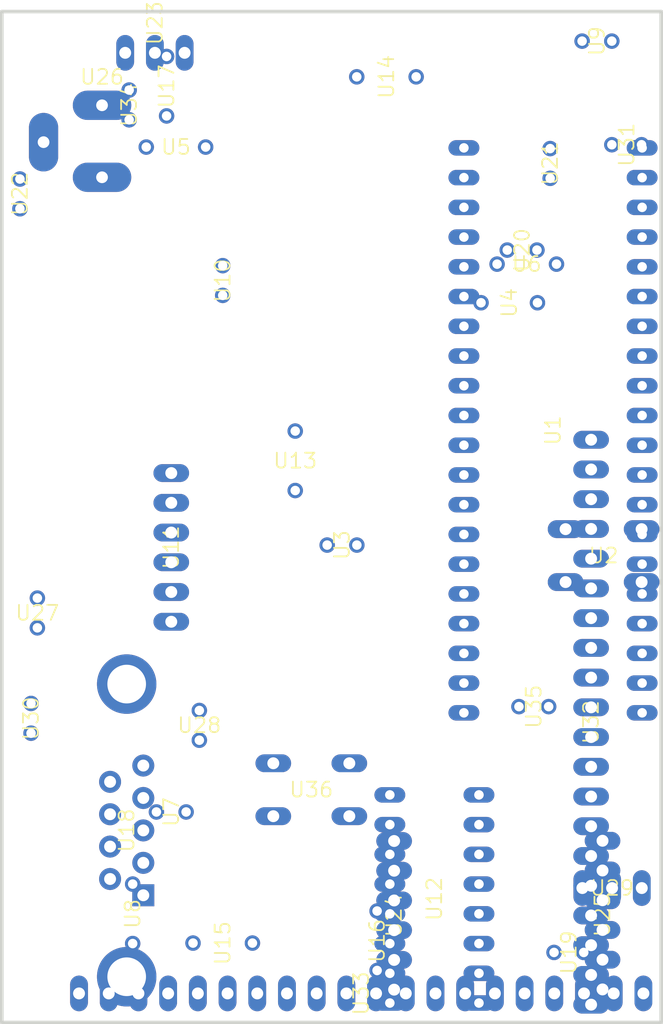
<source format=kicad_pcb>
 ( kicad_pcb  ( version 20171130 )
 ( host pcbnew "(5.1.4-0-10_14)" )
 ( general  ( thickness 1.6 )
 ( drawings 4 )
 ( tracks 0 )
 ( zones 0 )
 ( modules 36 )
 ( nets 71 )
)
 ( page A4 )
 ( layers  ( 0 Top signal )
 ( 31 Bottom signal )
 ( 32 B.Adhes user )
 ( 33 F.Adhes user )
 ( 34 B.Paste user )
 ( 35 F.Paste user )
 ( 36 B.SilkS user )
 ( 37 F.SilkS user )
 ( 38 B.Mask user )
 ( 39 F.Mask user )
 ( 40 Dwgs.User user )
 ( 41 Cmts.User user )
 ( 42 Eco1.User user )
 ( 43 Eco2.User user )
 ( 44 Edge.Cuts user )
 ( 45 Margin user )
 ( 46 B.CrtYd user )
 ( 47 F.CrtYd user )
 ( 48 B.Fab user )
 ( 49 F.Fab user )
)
 ( setup  ( last_trace_width 0.4064 )
 ( trace_clearance 0.2 )
 ( zone_clearance 0.508 )
 ( zone_45_only no )
 ( trace_min 0.2 )
 ( via_size 0.8 )
 ( via_drill 0.4 )
 ( via_min_size 0.4 )
 ( via_min_drill 0.3 )
 ( uvia_size 0.3 )
 ( uvia_drill 0.1 )
 ( uvias_allowed yes )
 ( uvia_min_size 0.2 )
 ( uvia_min_drill 0.1 )
 ( edge_width 0.05 )
 ( segment_width 0.2 )
 ( pcb_text_width 0.3 )
 ( pcb_text_size 1.5 1.5 )
 ( mod_edge_width 0.12 )
 ( mod_text_size 1 1 )
 ( mod_text_width 0.15 )
 ( pad_size 1.524 1.524 )
 ( pad_drill 0.762 )
 ( pad_to_mask_clearance 0.051 )
 ( solder_mask_min_width 0.25 )
 ( aux_axis_origin 0 0 )
 ( visible_elements 7FFFFFFF )
 ( pcbplotparams  ( layerselection 0x010fc_ffffffff )
 ( usegerberextensions false )
 ( usegerberattributes false )
 ( usegerberadvancedattributes false )
 ( creategerberjobfile false )
 ( excludeedgelayer true )
 ( linewidth 0.100000 )
 ( plotframeref false )
 ( viasonmask false )
 ( mode 1 )
 ( useauxorigin false )
 ( hpglpennumber 1 )
 ( hpglpenspeed 20 )
 ( hpglpendiameter 15.000000 )
 ( psnegative false )
 ( psa4output false )
 ( plotreference true )
 ( plotvalue true )
 ( plotinvisibletext false )
 ( padsonsilk false )
 ( subtractmaskfromsilk false )
 ( outputformat 1 )
 ( mirror false )
 ( drillshape 1 )
 ( scaleselection 1 )
 ( outputdirectory "" )
)
)
 ( net 0 "" )
 ( net 1 "Net-(IC3-Pad40)" )
 ( net 2 "Net-(IC3-Pad39)" )
 ( net 3 "Net-(IC3-Pad38)" )
 ( net 4 "Net-(IC3-Pad37)" )
 ( net 5 "Net-(IC3-Pad36)" )
 ( net 6 "Net-(IC3-Pad35)" )
 ( net 7 /MRF_INT )
 ( net 8 "Net-(IC3-Pad33)" )
 ( net 9 /3.3V_SRC )
 ( net 10 GND )
 ( net 11 "Net-(IC3-Pad30)" )
 ( net 12 "Net-(IC3-Pad29)" )
 ( net 13 "Net-(IC3-Pad28)" )
 ( net 14 "Net-(IC3-Pad27)" )
 ( net 15 /N$17 )
 ( net 16 /N$21 )
 ( net 17 /MRF_SDO )
 ( net 18 /MRF_SDI )
 ( net 19 "Net-(IC3-Pad22)" )
 ( net 20 "Net-(IC3-Pad21)" )
 ( net 21 "Net-(IC3-Pad20)" )
 ( net 22 "Net-(IC3-Pad19)" )
 ( net 23 /MRF_SCK )
 ( net 24 /MRF_CS )
 ( net 25 /MRF_WAKE )
 ( net 26 /MRF_RESET )
 ( net 27 /OSC2 )
 ( net 28 /OS1 )
 ( net 29 "Net-(IC3-Pad10)" )
 ( net 30 "Net-(IC3-Pad9)" )
 ( net 31 "Net-(IC3-Pad8)" )
 ( net 32 "Net-(IC3-Pad7)" )
 ( net 33 "Net-(IC3-Pad6)" )
 ( net 34 "Net-(IC3-Pad5)" )
 ( net 35 "Net-(IC3-Pad4)" )
 ( net 36 "Net-(IC3-Pad3)" )
 ( net 37 "Net-(IC3-Pad2)" )
 ( net 38 "Net-(IC3-Pad1)" )
 ( net 39 "Net-(S1-Pad4)" )
 ( net 40 "Net-(S1-Pad2)" )
 ( net 41 "Net-(C6-Pad1)" )
 ( net 42 "Net-(LED3-PadA)" )
 ( net 43 "Net-(R5-Pad1)" )
 ( net 44 "Net-(JP3-Pad6)" )
 ( net 45 "Net-(IC2-Pad14)" )
 ( net 46 "Net-(IC2-Pad13)" )
 ( net 47 "Net-(IC2-Pad12)" )
 ( net 48 "Net-(IC2-Pad11)" )
 ( net 49 "Net-(C5-Pad2)" )
 ( net 50 "Net-(C2-Pad2)" )
 ( net 51 "Net-(C5-Pad1)" )
 ( net 52 "Net-(C4-Pad2)" )
 ( net 53 "Net-(IC2-Pad8)" )
 ( net 54 "Net-(IC2-Pad7)" )
 ( net 55 "Net-(C1-Pad1)" )
 ( net 56 "Net-(C4-Pad1)" )
 ( net 57 "Net-(X1-Pad9)" )
 ( net 58 "Net-(X1-Pad7)" )
 ( net 59 "Net-(X1-Pad1)" )
 ( net 60 "Net-(IC4-Pad1)" )
 ( net 61 "Net-(R8-Pad1)" )
 ( net 62 "Net-(JP4-Pad4)" )
 ( net 63 "Net-(X3-Pad3)" )
 ( net 64 "Net-(LED1-PadA)" )
 ( net 65 "Net-(R2-Pad1)" )
 ( net 66 "Net-(R6-Pad1)" )
 ( net 67 "Net-(LED2-PadA)" )
 ( net 68 "Net-(R1-Pad1)" )
 ( net 69 "Net-(S2-Pad4)" )
 ( net 70 "Net-(S2-Pad2)" )
 ( net_class Default "This is the default net class."  ( clearance 0.2 )
 ( trace_width 0.4064 )
 ( via_dia 0.8 )
 ( via_drill 0.4 )
 ( uvia_dia 0.3 )
 ( uvia_drill 0.1 )
 ( add_net /3.3V_SRC )
 ( add_net /MRF_CS )
 ( add_net /MRF_INT )
 ( add_net /MRF_RESET )
 ( add_net /MRF_SCK )
 ( add_net /MRF_SDI )
 ( add_net /MRF_SDO )
 ( add_net /MRF_WAKE )
 ( add_net /N$17 )
 ( add_net /N$21 )
 ( add_net /OS1 )
 ( add_net /OSC2 )
 ( add_net GND )
 ( add_net "Net-(C1-Pad1)" )
 ( add_net "Net-(C2-Pad2)" )
 ( add_net "Net-(C4-Pad1)" )
 ( add_net "Net-(C4-Pad2)" )
 ( add_net "Net-(C5-Pad1)" )
 ( add_net "Net-(C5-Pad2)" )
 ( add_net "Net-(C6-Pad1)" )
 ( add_net "Net-(IC2-Pad11)" )
 ( add_net "Net-(IC2-Pad12)" )
 ( add_net "Net-(IC2-Pad13)" )
 ( add_net "Net-(IC2-Pad14)" )
 ( add_net "Net-(IC2-Pad7)" )
 ( add_net "Net-(IC2-Pad8)" )
 ( add_net "Net-(IC3-Pad1)" )
 ( add_net "Net-(IC3-Pad10)" )
 ( add_net "Net-(IC3-Pad19)" )
 ( add_net "Net-(IC3-Pad2)" )
 ( add_net "Net-(IC3-Pad20)" )
 ( add_net "Net-(IC3-Pad21)" )
 ( add_net "Net-(IC3-Pad22)" )
 ( add_net "Net-(IC3-Pad27)" )
 ( add_net "Net-(IC3-Pad28)" )
 ( add_net "Net-(IC3-Pad29)" )
 ( add_net "Net-(IC3-Pad3)" )
 ( add_net "Net-(IC3-Pad30)" )
 ( add_net "Net-(IC3-Pad33)" )
 ( add_net "Net-(IC3-Pad35)" )
 ( add_net "Net-(IC3-Pad36)" )
 ( add_net "Net-(IC3-Pad37)" )
 ( add_net "Net-(IC3-Pad38)" )
 ( add_net "Net-(IC3-Pad39)" )
 ( add_net "Net-(IC3-Pad4)" )
 ( add_net "Net-(IC3-Pad40)" )
 ( add_net "Net-(IC3-Pad5)" )
 ( add_net "Net-(IC3-Pad6)" )
 ( add_net "Net-(IC3-Pad7)" )
 ( add_net "Net-(IC3-Pad8)" )
 ( add_net "Net-(IC3-Pad9)" )
 ( add_net "Net-(IC4-Pad1)" )
 ( add_net "Net-(JP3-Pad6)" )
 ( add_net "Net-(JP4-Pad4)" )
 ( add_net "Net-(LED1-PadA)" )
 ( add_net "Net-(LED2-PadA)" )
 ( add_net "Net-(LED3-PadA)" )
 ( add_net "Net-(R1-Pad1)" )
 ( add_net "Net-(R2-Pad1)" )
 ( add_net "Net-(R5-Pad1)" )
 ( add_net "Net-(R6-Pad1)" )
 ( add_net "Net-(R8-Pad1)" )
 ( add_net "Net-(S1-Pad2)" )
 ( add_net "Net-(S1-Pad4)" )
 ( add_net "Net-(S2-Pad2)" )
 ( add_net "Net-(S2-Pad4)" )
 ( add_net "Net-(X1-Pad1)" )
 ( add_net "Net-(X1-Pad7)" )
 ( add_net "Net-(X1-Pad9)" )
 ( add_net "Net-(X3-Pad3)" )
)
 ( module picDevBoard:317TS  ( layer Top )
 ( tedit 5DD22436 )
 ( tstamp 5DC8E7E0 )
 ( at 133.400000 65.350000 )
 ( descr "<b>VOLTAGE REGULATOR</b>" )
 ( path /FA55F29D )
 ( fp_text reference U23  ( at 0 -2.54 90 )
 ( layer F.SilkS )
 ( effects  ( font  ( size 1.27 1.27 )
 ( thickness 0.15 )
)
)
)
 ( fp_text value ""  ( at 0 -2.54 90 )
 ( layer F.SilkS )
 ( effects  ( font  ( size 1.27 1.27 )
 ( thickness 0.15 )
)
)
)
 ( fp_poly  ( pts  ( xy -5.4 -2.54 )
 ( xy -5.4 1.96 )
 ( xy 5.2 1.96 )
 ( xy 5.2 -2.54 )
)
 ( layer F.CrtYd )
 ( width 0.1 )
)
 ( fp_poly  ( pts  ( xy -3.4 -1.54 )
 ( xy -3.4 1.56 )
 ( xy 3.4 1.56 )
 ( xy 3.4 -1.54 )
)
 ( layer B.CrtYd )
 ( width 0.1 )
)
 ( pad 3 thru_hole oval  ( at 2.54 0 90.000000 )
 ( size 3.048 1.524 )
 ( drill 1.016 )
 ( layers *.Cu *.Mask )
 ( net 41 "Net-(C6-Pad1)" )
 ( solder_mask_margin 0.1016 )
)
 ( pad 2 thru_hole oval  ( at 0 0 90.000000 )
 ( size 3.048 1.524 )
 ( drill 1.016 )
 ( layers *.Cu *.Mask )
 ( net 9 /3.3V_SRC )
 ( solder_mask_margin 0.1016 )
)
 ( pad 1 thru_hole oval  ( at -2.54 0 90.000000 )
 ( size 3.048 1.524 )
 ( drill 1.016 )
 ( layers *.Cu *.Mask )
 ( net 60 "Net-(IC4-Pad1)" )
 ( solder_mask_margin 0.1016 )
)
)
 ( module picDevBoard:733980-62 locked  ( layer Top )
 ( tedit 5DD23BA9 )
 ( tstamp 5DC8E86D )
 ( at 128.879600 69.951600 180.000000 )
 ( descr "<b>DC POWER JACK</b><p>\nDC20-09 (2.0 mm Center Pin)<br>\nDC25-09 (2.5 mm Center Pin)<br>\nSource: http://www2.produktinfo.conrad.com/datenblaetter/725000-749999/733980-da-01-en-Printbuchse_mit_Schaltkontakt_2mm.pdf" )
 ( path /D0EFEB30 )
 ( fp_text reference U26  ( at 0 2.54 180 )
 ( layer F.SilkS )
 ( effects  ( font  ( size 1.27 1.27 )
 ( thickness 0.15 )
)
)
)
 ( fp_text value ""  ( at 0 2.54 180 )
 ( layer F.SilkS )
 ( effects  ( font  ( size 1.27 1.27 )
 ( thickness 0.15 )
)
)
)
 ( fp_poly  ( pts  ( xy -4.4 -6.26 )
 ( xy 4.4 -6.26 )
 ( xy 4.4 7.64 )
 ( xy -4.4 7.64 )
)
 ( layer F.CrtYd )
 ( width 0.1 )
)
 ( pad 3 thru_hole oval  ( at 5 -3.03 270.000000 )
 ( size 5 2.5 )
 ( drill 1 )
 ( layers *.Cu *.Mask )
 ( net 63 "Net-(X3-Pad3)" )
 ( solder_mask_margin 0.1016 )
)
 ( pad 1 thru_hole oval  ( at 0 -6.03 180.000000 )
 ( size 5 2.5 )
 ( drill 1 )
 ( layers *.Cu *.Mask )
 ( net 10 GND )
 ( solder_mask_margin 0.1016 )
)
 ( pad 2 thru_hole oval  ( at 0 0.12 180.000000 )
 ( size 5 2.5 )
 ( drill 1 )
 ( layers *.Cu *.Mask )
 ( net 41 "Net-(C6-Pad1)" )
 ( solder_mask_margin 0.1016 )
)
)
 ( module picDevBoard:DB9 locked  ( layer Top )
 ( tedit 5DD22E40 )
 ( tstamp 5DC8E78D )
 ( at 127.812800 131.775200 90.000000 )
 ( descr <b>SUB-D</b> )
 ( path /8679BB61 )
 ( fp_text reference U18  ( at 0 3.175 90 )
 ( layer F.SilkS )
 ( effects  ( font  ( size 1.27 1.27 )
 ( thickness 0.15 )
)
)
)
 ( fp_text value ""  ( at 0 3.175 90 )
 ( layer F.SilkS )
 ( effects  ( font  ( size 1.27 1.27 )
 ( thickness 0.15 )
)
)
)
 ( fp_poly  ( pts  ( xy -15.6 -6.525 )
 ( xy 15.6 -6.525 )
 ( xy 15.6 6.175 )
 ( xy -15.6 6.175 )
)
 ( layer F.CrtYd )
 ( width 0.1 )
)
 ( pad G2 thru_hole circle  ( at 12.5 3.175 90.000000 )
 ( size 5.08 5.08 )
 ( drill 3.302 )
 ( layers *.Cu *.Mask )
 ( solder_mask_margin 0.1016 )
)
 ( pad G1 thru_hole circle  ( at -12.5 3.175 90.000000 )
 ( size 5.08 5.08 )
 ( drill 3.302 )
 ( layers *.Cu *.Mask )
 ( solder_mask_margin 0.1016 )
)
 ( pad 9 thru_hole circle  ( at 4.15 1.755 90.000000 )
 ( size 1.8796 1.8796 )
 ( drill 1.016 )
 ( layers *.Cu *.Mask )
 ( net 57 "Net-(X1-Pad9)" )
 ( solder_mask_margin 0.1016 )
)
 ( pad 8 thru_hole circle  ( at 1.38 1.755 90.000000 )
 ( size 1.8796 1.8796 )
 ( drill 1.016 )
 ( layers *.Cu *.Mask )
 ( net 58 "Net-(X1-Pad7)" )
 ( solder_mask_margin 0.1016 )
)
 ( pad 7 thru_hole circle  ( at -1.38 1.755 90.000000 )
 ( size 1.8796 1.8796 )
 ( drill 1.016 )
 ( layers *.Cu *.Mask )
 ( net 58 "Net-(X1-Pad7)" )
 ( solder_mask_margin 0.1016 )
)
 ( pad 6 thru_hole circle  ( at -4.15 1.755 90.000000 )
 ( size 1.8796 1.8796 )
 ( drill 1.016 )
 ( layers *.Cu *.Mask )
 ( net 59 "Net-(X1-Pad1)" )
 ( solder_mask_margin 0.1016 )
)
 ( pad 5 thru_hole circle  ( at 5.54 4.595 90.000000 )
 ( size 1.8796 1.8796 )
 ( drill 1.016 )
 ( layers *.Cu *.Mask )
 ( net 10 GND )
 ( solder_mask_margin 0.1016 )
)
 ( pad 4 thru_hole circle  ( at 2.77 4.595 90.000000 )
 ( size 1.8796 1.8796 )
 ( drill 1.016 )
 ( layers *.Cu *.Mask )
 ( net 59 "Net-(X1-Pad1)" )
 ( solder_mask_margin 0.1016 )
)
 ( pad 3 thru_hole circle  ( at 0 4.595 90.000000 )
 ( size 1.8796 1.8796 )
 ( drill 1.016 )
 ( layers *.Cu *.Mask )
 ( net 53 "Net-(IC2-Pad8)" )
 ( solder_mask_margin 0.1016 )
)
 ( pad 2 thru_hole circle  ( at -2.77 4.595 90.000000 )
 ( size 1.8796 1.8796 )
 ( drill 1.016 )
 ( layers *.Cu *.Mask )
 ( net 54 "Net-(IC2-Pad7)" )
 ( solder_mask_margin 0.1016 )
)
 ( pad 1 thru_hole rect  ( at -5.54 4.595 90.000000 )
 ( size 1.8796 1.8796 )
 ( drill 1.016 )
 ( layers *.Cu *.Mask )
 ( net 59 "Net-(X1-Pad1)" )
 ( solder_mask_margin 0.1016 )
)
)
 ( module picDevBoard:DIL40  ( layer Top )
 ( tedit 5DD232E6 )
 ( tstamp 5DC8E5C7 )
 ( at 167.442700 97.600000 270.000000 )
 ( descr "<B>Dual In Line</B><p>\npackage type P" )
 ( path /B686635D )
 ( fp_text reference U1  ( at 0 0 270 )
 ( layer F.SilkS )
 ( effects  ( font  ( size 1.27 1.27 )
 ( thickness 0.15 )
)
)
)
 ( fp_text value ""  ( at 0 0 270 )
 ( layer F.SilkS )
 ( effects  ( font  ( size 1.27 1.27 )
 ( thickness 0.15 )
)
)
)
 ( fp_poly  ( pts  ( xy -25.5 -9 )
 ( xy 25.5 -9 )
 ( xy 25.5 9 )
 ( xy -25.5 9 )
)
 ( layer F.CrtYd )
 ( width 0.1 )
)
 ( pad 40 thru_hole oval  ( at -24.13 -7.62 )
 ( size 2.6416 1.3208 )
 ( drill 0.8128 )
 ( layers *.Cu *.Mask )
 ( net 1 "Net-(IC3-Pad40)" )
 ( solder_mask_margin 0.1016 )
)
 ( pad 39 thru_hole oval  ( at -21.59 -7.62 )
 ( size 2.6416 1.3208 )
 ( drill 0.8128 )
 ( layers *.Cu *.Mask )
 ( net 2 "Net-(IC3-Pad39)" )
 ( solder_mask_margin 0.1016 )
)
 ( pad 38 thru_hole oval  ( at -19.05 -7.62 )
 ( size 2.6416 1.3208 )
 ( drill 0.8128 )
 ( layers *.Cu *.Mask )
 ( net 3 "Net-(IC3-Pad38)" )
 ( solder_mask_margin 0.1016 )
)
 ( pad 37 thru_hole oval  ( at -16.51 -7.62 )
 ( size 2.6416 1.3208 )
 ( drill 0.8128 )
 ( layers *.Cu *.Mask )
 ( net 4 "Net-(IC3-Pad37)" )
 ( solder_mask_margin 0.1016 )
)
 ( pad 36 thru_hole oval  ( at -13.97 -7.62 )
 ( size 2.6416 1.3208 )
 ( drill 0.8128 )
 ( layers *.Cu *.Mask )
 ( net 5 "Net-(IC3-Pad36)" )
 ( solder_mask_margin 0.1016 )
)
 ( pad 35 thru_hole oval  ( at -11.43 -7.62 )
 ( size 2.6416 1.3208 )
 ( drill 0.8128 )
 ( layers *.Cu *.Mask )
 ( net 6 "Net-(IC3-Pad35)" )
 ( solder_mask_margin 0.1016 )
)
 ( pad 34 thru_hole oval  ( at -8.89 -7.62 )
 ( size 2.6416 1.3208 )
 ( drill 0.8128 )
 ( layers *.Cu *.Mask )
 ( net 7 /MRF_INT )
 ( solder_mask_margin 0.1016 )
)
 ( pad 33 thru_hole oval  ( at -6.35 -7.62 )
 ( size 2.6416 1.3208 )
 ( drill 0.8128 )
 ( layers *.Cu *.Mask )
 ( net 8 "Net-(IC3-Pad33)" )
 ( solder_mask_margin 0.1016 )
)
 ( pad 32 thru_hole oval  ( at -3.81 -7.62 )
 ( size 2.6416 1.3208 )
 ( drill 0.8128 )
 ( layers *.Cu *.Mask )
 ( net 9 /3.3V_SRC )
 ( solder_mask_margin 0.1016 )
)
 ( pad 31 thru_hole oval  ( at -1.27 -7.62 )
 ( size 2.6416 1.3208 )
 ( drill 0.8128 )
 ( layers *.Cu *.Mask )
 ( net 10 GND )
 ( solder_mask_margin 0.1016 )
)
 ( pad 30 thru_hole oval  ( at 1.27 -7.62 )
 ( size 2.6416 1.3208 )
 ( drill 0.8128 )
 ( layers *.Cu *.Mask )
 ( net 11 "Net-(IC3-Pad30)" )
 ( solder_mask_margin 0.1016 )
)
 ( pad 29 thru_hole oval  ( at 3.81 -7.62 )
 ( size 2.6416 1.3208 )
 ( drill 0.8128 )
 ( layers *.Cu *.Mask )
 ( net 12 "Net-(IC3-Pad29)" )
 ( solder_mask_margin 0.1016 )
)
 ( pad 28 thru_hole oval  ( at 6.35 -7.62 )
 ( size 2.6416 1.3208 )
 ( drill 0.8128 )
 ( layers *.Cu *.Mask )
 ( net 13 "Net-(IC3-Pad28)" )
 ( solder_mask_margin 0.1016 )
)
 ( pad 27 thru_hole oval  ( at 8.89 -7.62 )
 ( size 2.6416 1.3208 )
 ( drill 0.8128 )
 ( layers *.Cu *.Mask )
 ( net 14 "Net-(IC3-Pad27)" )
 ( solder_mask_margin 0.1016 )
)
 ( pad 26 thru_hole oval  ( at 11.43 -7.62 )
 ( size 2.6416 1.3208 )
 ( drill 0.8128 )
 ( layers *.Cu *.Mask )
 ( net 15 /N$17 )
 ( solder_mask_margin 0.1016 )
)
 ( pad 25 thru_hole oval  ( at 13.97 -7.62 )
 ( size 2.6416 1.3208 )
 ( drill 0.8128 )
 ( layers *.Cu *.Mask )
 ( net 16 /N$21 )
 ( solder_mask_margin 0.1016 )
)
 ( pad 24 thru_hole oval  ( at 16.51 -7.62 )
 ( size 2.6416 1.3208 )
 ( drill 0.8128 )
 ( layers *.Cu *.Mask )
 ( net 17 /MRF_SDO )
 ( solder_mask_margin 0.1016 )
)
 ( pad 23 thru_hole oval  ( at 19.05 -7.62 )
 ( size 2.6416 1.3208 )
 ( drill 0.8128 )
 ( layers *.Cu *.Mask )
 ( net 18 /MRF_SDI )
 ( solder_mask_margin 0.1016 )
)
 ( pad 22 thru_hole oval  ( at 21.59 -7.62 )
 ( size 2.6416 1.3208 )
 ( drill 0.8128 )
 ( layers *.Cu *.Mask )
 ( net 19 "Net-(IC3-Pad22)" )
 ( solder_mask_margin 0.1016 )
)
 ( pad 21 thru_hole oval  ( at 24.13 -7.62 )
 ( size 2.6416 1.3208 )
 ( drill 0.8128 )
 ( layers *.Cu *.Mask )
 ( net 20 "Net-(IC3-Pad21)" )
 ( solder_mask_margin 0.1016 )
)
 ( pad 20 thru_hole oval  ( at 24.13 7.62 )
 ( size 2.6416 1.3208 )
 ( drill 0.8128 )
 ( layers *.Cu *.Mask )
 ( net 21 "Net-(IC3-Pad20)" )
 ( solder_mask_margin 0.1016 )
)
 ( pad 19 thru_hole oval  ( at 21.59 7.62 )
 ( size 2.6416 1.3208 )
 ( drill 0.8128 )
 ( layers *.Cu *.Mask )
 ( net 22 "Net-(IC3-Pad19)" )
 ( solder_mask_margin 0.1016 )
)
 ( pad 18 thru_hole oval  ( at 19.05 7.62 )
 ( size 2.6416 1.3208 )
 ( drill 0.8128 )
 ( layers *.Cu *.Mask )
 ( net 23 /MRF_SCK )
 ( solder_mask_margin 0.1016 )
)
 ( pad 17 thru_hole oval  ( at 16.51 7.62 )
 ( size 2.6416 1.3208 )
 ( drill 0.8128 )
 ( layers *.Cu *.Mask )
 ( net 24 /MRF_CS )
 ( solder_mask_margin 0.1016 )
)
 ( pad 16 thru_hole oval  ( at 13.97 7.62 )
 ( size 2.6416 1.3208 )
 ( drill 0.8128 )
 ( layers *.Cu *.Mask )
 ( net 25 /MRF_WAKE )
 ( solder_mask_margin 0.1016 )
)
 ( pad 15 thru_hole oval  ( at 11.43 7.62 )
 ( size 2.6416 1.3208 )
 ( drill 0.8128 )
 ( layers *.Cu *.Mask )
 ( net 26 /MRF_RESET )
 ( solder_mask_margin 0.1016 )
)
 ( pad 14 thru_hole oval  ( at 8.89 7.62 )
 ( size 2.6416 1.3208 )
 ( drill 0.8128 )
 ( layers *.Cu *.Mask )
 ( net 27 /OSC2 )
 ( solder_mask_margin 0.1016 )
)
 ( pad 13 thru_hole oval  ( at 6.35 7.62 )
 ( size 2.6416 1.3208 )
 ( drill 0.8128 )
 ( layers *.Cu *.Mask )
 ( net 28 /OS1 )
 ( solder_mask_margin 0.1016 )
)
 ( pad 12 thru_hole oval  ( at 3.81 7.62 )
 ( size 2.6416 1.3208 )
 ( drill 0.8128 )
 ( layers *.Cu *.Mask )
 ( net 10 GND )
 ( solder_mask_margin 0.1016 )
)
 ( pad 11 thru_hole oval  ( at 1.27 7.62 )
 ( size 2.6416 1.3208 )
 ( drill 0.8128 )
 ( layers *.Cu *.Mask )
 ( net 9 /3.3V_SRC )
 ( solder_mask_margin 0.1016 )
)
 ( pad 10 thru_hole oval  ( at -1.27 7.62 )
 ( size 2.6416 1.3208 )
 ( drill 0.8128 )
 ( layers *.Cu *.Mask )
 ( net 29 "Net-(IC3-Pad10)" )
 ( solder_mask_margin 0.1016 )
)
 ( pad 9 thru_hole oval  ( at -3.81 7.62 )
 ( size 2.6416 1.3208 )
 ( drill 0.8128 )
 ( layers *.Cu *.Mask )
 ( net 30 "Net-(IC3-Pad9)" )
 ( solder_mask_margin 0.1016 )
)
 ( pad 8 thru_hole oval  ( at -6.35 7.62 )
 ( size 2.6416 1.3208 )
 ( drill 0.8128 )
 ( layers *.Cu *.Mask )
 ( net 31 "Net-(IC3-Pad8)" )
 ( solder_mask_margin 0.1016 )
)
 ( pad 7 thru_hole oval  ( at -8.89 7.62 )
 ( size 2.6416 1.3208 )
 ( drill 0.8128 )
 ( layers *.Cu *.Mask )
 ( net 32 "Net-(IC3-Pad7)" )
 ( solder_mask_margin 0.1016 )
)
 ( pad 6 thru_hole oval  ( at -11.43 7.62 )
 ( size 2.6416 1.3208 )
 ( drill 0.8128 )
 ( layers *.Cu *.Mask )
 ( net 33 "Net-(IC3-Pad6)" )
 ( solder_mask_margin 0.1016 )
)
 ( pad 5 thru_hole oval  ( at -13.97 7.62 )
 ( size 2.6416 1.3208 )
 ( drill 0.8128 )
 ( layers *.Cu *.Mask )
 ( net 34 "Net-(IC3-Pad5)" )
 ( solder_mask_margin 0.1016 )
)
 ( pad 4 thru_hole oval  ( at -16.51 7.62 )
 ( size 2.6416 1.3208 )
 ( drill 0.8128 )
 ( layers *.Cu *.Mask )
 ( net 35 "Net-(IC3-Pad4)" )
 ( solder_mask_margin 0.1016 )
)
 ( pad 3 thru_hole oval  ( at -19.05 7.62 )
 ( size 2.6416 1.3208 )
 ( drill 0.8128 )
 ( layers *.Cu *.Mask )
 ( net 36 "Net-(IC3-Pad3)" )
 ( solder_mask_margin 0.1016 )
)
 ( pad 2 thru_hole oval  ( at -21.59 7.62 )
 ( size 2.6416 1.3208 )
 ( drill 0.8128 )
 ( layers *.Cu *.Mask )
 ( net 37 "Net-(IC3-Pad2)" )
 ( solder_mask_margin 0.1016 )
)
 ( pad 1 thru_hole oval  ( at -24.13 7.62 )
 ( size 2.6416 1.3208 )
 ( drill 0.8128 )
 ( layers *.Cu *.Mask )
 ( net 38 "Net-(IC3-Pad1)" )
 ( solder_mask_margin 0.1016 )
)
)
 ( module picDevBoard:B3F-10XX  ( layer Top )
 ( tedit 5DD22839 )
 ( tstamp 5DC8E5F8 )
 ( at 171.767500 108.300000 )
 ( descr "<b>OMRON SWITCH</b>" )
 ( path /788C9994 )
 ( fp_text reference U2  ( at 0 0 )
 ( layer F.SilkS )
 ( effects  ( font  ( size 1.27 1.27 )
 ( thickness 0.15 )
)
)
)
 ( fp_text value ""  ( at 0 0 )
 ( layer F.SilkS )
 ( effects  ( font  ( size 1.27 1.27 )
 ( thickness 0.15 )
)
)
)
 ( fp_poly  ( pts  ( xy -3.4 -3.2 )
 ( xy 3.4 -3.2 )
 ( xy 3.4 3.2 )
 ( xy -3.4 3.2 )
)
 ( layer F.CrtYd )
 ( width 0.1 )
)
 ( pad 4 thru_hole oval  ( at 3.2512 2.2606 )
 ( size 3.048 1.524 )
 ( drill 1.016 )
 ( layers *.Cu *.Mask )
 ( net 39 "Net-(S1-Pad4)" )
 ( solder_mask_margin 0.1016 )
)
 ( pad 2 thru_hole oval  ( at 3.2512 -2.2606 )
 ( size 3.048 1.524 )
 ( drill 1.016 )
 ( layers *.Cu *.Mask )
 ( net 40 "Net-(S1-Pad2)" )
 ( solder_mask_margin 0.1016 )
)
 ( pad 3 thru_hole oval  ( at -3.2512 2.2606 )
 ( size 3.048 1.524 )
 ( drill 1.016 )
 ( layers *.Cu *.Mask )
 ( net 38 "Net-(IC3-Pad1)" )
 ( solder_mask_margin 0.1016 )
)
 ( pad 1 thru_hole oval  ( at -3.2512 -2.2606 )
 ( size 3.048 1.524 )
 ( drill 1.016 )
 ( layers *.Cu *.Mask )
 ( net 10 GND )
 ( solder_mask_margin 0.1016 )
)
)
 ( module picDevBoard:C025-024X044  ( layer Top )
 ( tedit 5DD22892 )
 ( tstamp 5DC8E635 )
 ( at 149.400000 107.400000 )
 ( descr "<b>CAPACITOR</b><p>\ngrid 2.5 mm, outline 2.4 x 4.4 mm" )
 ( path /2F4B506D )
 ( fp_text reference U3  ( at 0 0 270 )
 ( layer F.SilkS )
 ( effects  ( font  ( size 1.27 1.27 )
 ( thickness 0.15 )
)
)
)
 ( fp_text value ""  ( at 0 0 270 )
 ( layer F.SilkS )
 ( effects  ( font  ( size 1.27 1.27 )
 ( thickness 0.15 )
)
)
)
 ( fp_poly  ( pts  ( xy -2.3 -1.3 )
 ( xy 2.3 -1.3 )
 ( xy 2.3 1.3 )
 ( xy -2.3 1.3 )
)
 ( layer F.CrtYd )
 ( width 0.1 )
)
 ( pad 2 thru_hole circle  ( at 1.27 0 )
 ( size 1.3208 1.3208 )
 ( drill 0.8128 )
 ( layers *.Cu *.Mask )
 ( net 10 GND )
 ( solder_mask_margin 0.1016 )
)
 ( pad 1 thru_hole circle  ( at -1.27 0 )
 ( size 1.3208 1.3208 )
 ( drill 0.8128 )
 ( layers *.Cu *.Mask )
 ( net 9 /3.3V_SRC )
 ( solder_mask_margin 0.1016 )
)
)
 ( module picDevBoard:HC49_S  ( layer Top )
 ( tedit 5DD2361A )
 ( tstamp 5DC8E646 )
 ( at 163.700000 86.700000 180.000000 )
 ( descr <b>CRYSTAL</b> )
 ( path /22BC07EB )
 ( fp_text reference U4  ( at 0 0 270 )
 ( layer F.SilkS )
 ( effects  ( font  ( size 1.27 1.27 )
 ( thickness 0.15 )
)
)
)
 ( fp_text value ""  ( at 0 0 270 )
 ( layer F.SilkS )
 ( effects  ( font  ( size 1.27 1.27 )
 ( thickness 0.15 )
)
)
)
 ( fp_poly  ( pts  ( xy -5.6 -2.6 )
 ( xy 5.6 -2.6 )
 ( xy 5.6 2.6 )
 ( xy -5.6 2.6 )
)
 ( layer F.CrtYd )
 ( width 0.1 )
)
 ( pad 1 thru_hole circle  ( at -2.413 0 180.000000 )
 ( size 1.3208 1.3208 )
 ( drill 0.8128 )
 ( layers *.Cu *.Mask )
 ( net 28 /OS1 )
 ( solder_mask_margin 0.1016 )
)
 ( pad 2 thru_hole circle  ( at 2.413 0 180.000000 )
 ( size 1.3208 1.3208 )
 ( drill 0.8128 )
 ( layers *.Cu *.Mask )
 ( net 27 /OSC2 )
 ( solder_mask_margin 0.1016 )
)
)
 ( module picDevBoard:C050-024X044  ( layer Top )
 ( tedit 5DD22909 )
 ( tstamp 5DC8E662 )
 ( at 135.200400 73.400000 180.000000 )
 ( descr "<b>CAPACITOR</b><p>\ngrid 5 mm, outline 2.4 x 4.4 mm" )
 ( path /E6471815 )
 ( fp_text reference U5  ( at 0 0 180 )
 ( layer F.SilkS )
 ( effects  ( font  ( size 1.27 1.27 )
 ( thickness 0.15 )
)
)
)
 ( fp_text value ""  ( at 0 0 180 )
 ( layer F.SilkS )
 ( effects  ( font  ( size 1.27 1.27 )
 ( thickness 0.15 )
)
)
)
 ( fp_poly  ( pts  ( xy -2.3 -1.3 )
 ( xy -2.3 1.3 )
 ( xy 2.3 1.3 )
 ( xy 2.3 -1.3 )
)
 ( layer F.CrtYd )
 ( width 0.1 )
)
 ( pad 2 thru_hole circle  ( at 2.54 0 180.000000 )
 ( size 1.3208 1.3208 )
 ( drill 0.8128 )
 ( layers *.Cu *.Mask )
 ( net 10 GND )
 ( solder_mask_margin 0.1016 )
)
 ( pad 1 thru_hole circle  ( at -2.54 0 180.000000 )
 ( size 1.3208 1.3208 )
 ( drill 0.8128 )
 ( layers *.Cu *.Mask )
 ( net 28 /OS1 )
 ( solder_mask_margin 0.1016 )
)
)
 ( module picDevBoard:C050-024X044  ( layer Top )
 ( tedit 5DD22909 )
 ( tstamp 5DC8E677 )
 ( at 165.200400 83.400000 )
 ( descr "<b>CAPACITOR</b><p>\ngrid 5 mm, outline 2.4 x 4.4 mm" )
 ( path /DC2BCD37 )
 ( fp_text reference U6  ( at 0 0 180 )
 ( layer F.SilkS )
 ( effects  ( font  ( size 1.27 1.27 )
 ( thickness 0.15 )
)
)
)
 ( fp_text value ""  ( at 0 0 180 )
 ( layer F.SilkS )
 ( effects  ( font  ( size 1.27 1.27 )
 ( thickness 0.15 )
)
)
)
 ( fp_poly  ( pts  ( xy -2.3 -1.3 )
 ( xy -2.3 1.3 )
 ( xy 2.3 1.3 )
 ( xy 2.3 -1.3 )
)
 ( layer F.CrtYd )
 ( width 0.1 )
)
 ( pad 2 thru_hole circle  ( at 2.54 0 )
 ( size 1.3208 1.3208 )
 ( drill 0.8128 )
 ( layers *.Cu *.Mask )
 ( net 10 GND )
 ( solder_mask_margin 0.1016 )
)
 ( pad 1 thru_hole circle  ( at -2.54 0 )
 ( size 1.3208 1.3208 )
 ( drill 0.8128 )
 ( layers *.Cu *.Mask )
 ( net 27 /OSC2 )
 ( solder_mask_margin 0.1016 )
)
)
 ( module picDevBoard:V526-0  ( layer Top )
 ( tedit 5DD23A48 )
 ( tstamp 5DC8E68C )
 ( at 134.800000 130.200000 180.000000 )
 ( descr "<b>RESISTOR</b><p>\ntype V526-0, grid 2.5 mm" )
 ( path /BA9F59F4 )
 ( fp_text reference U7  ( at 0 0 270 )
 ( layer F.SilkS )
 ( effects  ( font  ( size 1.27 1.27 )
 ( thickness 0.15 )
)
)
)
 ( fp_text value ""  ( at 0 0 270 )
 ( layer F.SilkS )
 ( effects  ( font  ( size 1.27 1.27 )
 ( thickness 0.15 )
)
)
)
 ( fp_poly  ( pts  ( xy -2.7 -1.1 )
 ( xy 2.7 -1.1 )
 ( xy 2.7 1.1 )
 ( xy -2.7 1.1 )
)
 ( layer F.CrtYd )
 ( width 0.1 )
)
 ( pad 2 thru_hole circle  ( at 1.27 0 180.000000 )
 ( size 1.3208 1.3208 )
 ( drill 0.8128 )
 ( layers *.Cu *.Mask )
 ( net 38 "Net-(IC3-Pad1)" )
 ( solder_mask_margin 0.1016 )
)
 ( pad 1 thru_hole circle  ( at -1.27 0 180.000000 )
 ( size 1.3208 1.3208 )
 ( drill 0.8128 )
 ( layers *.Cu *.Mask )
 ( net 9 /3.3V_SRC )
 ( solder_mask_margin 0.1016 )
)
)
 ( module picDevBoard:C050-025X075  ( layer Top )
 ( tedit 5DD22973 )
 ( tstamp 5DC8E699 )
 ( at 131.500000 138.900000 270.000000 )
 ( descr "<b>CAPACITOR</b><p>\ngrid 5 mm, outline 2.5 x 7.5 mm" )
 ( path /6DF0E31E )
 ( fp_text reference U8  ( at 0 0 270 )
 ( layer F.SilkS )
 ( effects  ( font  ( size 1.27 1.27 )
 ( thickness 0.15 )
)
)
)
 ( fp_text value ""  ( at 0 0 270 )
 ( layer F.SilkS )
 ( effects  ( font  ( size 1.27 1.27 )
 ( thickness 0.15 )
)
)
)
 ( fp_poly  ( pts  ( xy -3.8 -1.4 )
 ( xy 3.8 -1.4 )
 ( xy 3.8 1.4 )
 ( xy -3.8 1.4 )
)
 ( layer F.CrtYd )
 ( width 0.1 )
)
 ( pad 2 thru_hole circle  ( at 2.54 0 270.000000 )
 ( size 1.3208 1.3208 )
 ( drill 0.8128 )
 ( layers *.Cu *.Mask )
 ( net 10 GND )
 ( solder_mask_margin 0.1016 )
)
 ( pad 1 thru_hole circle  ( at -2.54 0 270.000000 )
 ( size 1.3208 1.3208 )
 ( drill 0.8128 )
 ( layers *.Cu *.Mask )
 ( net 41 "Net-(C6-Pad1)" )
 ( solder_mask_margin 0.1016 )
)
)
 ( module picDevBoard:LED3MM  ( layer Top )
 ( tedit 5DD2369D )
 ( tstamp 5DC8E6AC )
 ( at 171.200000 64.350000 180.000000 )
 ( descr "<B>LED</B><p>\n3 mm, round" )
 ( path /E9052FDA )
 ( fp_text reference U9  ( at 0 0 270 )
 ( layer F.SilkS )
 ( effects  ( font  ( size 1.27 1.27 )
 ( thickness 0.15 )
)
)
)
 ( fp_text value ""  ( at 0 0 270 )
 ( layer F.SilkS )
 ( effects  ( font  ( size 1.27 1.27 )
 ( thickness 0.15 )
)
)
)
 ( fp_poly  ( pts  ( xy -2.2 -2.2 )
 ( xy 2 -2.2 )
 ( xy 2 2.3 )
 ( xy -2.2 2.3 )
)
 ( layer F.CrtYd )
 ( width 0.1 )
)
 ( pad K thru_hole circle  ( at 1.27 0 180.000000 )
 ( size 1.3208 1.3208 )
 ( drill 0.8128 )
 ( layers *.Cu *.Mask )
 ( net 10 GND )
 ( solder_mask_margin 0.1016 )
)
 ( pad A thru_hole circle  ( at -1.27 0 180.000000 )
 ( size 1.3208 1.3208 )
 ( drill 0.8128 )
 ( layers *.Cu *.Mask )
 ( net 42 "Net-(LED3-PadA)" )
 ( solder_mask_margin 0.1016 )
)
)
 ( module picDevBoard:V526-0  ( layer Top )
 ( tedit 5DD23A48 )
 ( tstamp 5DC8E6C4 )
 ( at 139.200000 84.800000 270.000000 )
 ( descr "<b>RESISTOR</b><p>\ntype V526-0, grid 2.5 mm" )
 ( path /1A59B195 )
 ( fp_text reference U10  ( at 0 0 270 )
 ( layer F.SilkS )
 ( effects  ( font  ( size 1.27 1.27 )
 ( thickness 0.15 )
)
)
)
 ( fp_text value ""  ( at 0 0 270 )
 ( layer F.SilkS )
 ( effects  ( font  ( size 1.27 1.27 )
 ( thickness 0.15 )
)
)
)
 ( fp_poly  ( pts  ( xy -2.7 -1.1 )
 ( xy 2.7 -1.1 )
 ( xy 2.7 1.1 )
 ( xy -2.7 1.1 )
)
 ( layer F.CrtYd )
 ( width 0.1 )
)
 ( pad 2 thru_hole circle  ( at 1.27 0 270.000000 )
 ( size 1.3208 1.3208 )
 ( drill 0.8128 )
 ( layers *.Cu *.Mask )
 ( net 42 "Net-(LED3-PadA)" )
 ( solder_mask_margin 0.1016 )
)
 ( pad 1 thru_hole circle  ( at -1.27 0 270.000000 )
 ( size 1.3208 1.3208 )
 ( drill 0.8128 )
 ( layers *.Cu *.Mask )
 ( net 43 "Net-(R5-Pad1)" )
 ( solder_mask_margin 0.1016 )
)
)
 ( module picDevBoard:1X06  ( layer Top )
 ( tedit 5DD23AD1 )
 ( tstamp 5DC8E6D1 )
 ( at 134.800000 107.600000 90.000000 )
 ( descr "<b>PIN HEADER</b>" )
 ( path /8182258E )
 ( fp_text reference U11  ( at 0 0 90 )
 ( layer F.SilkS )
 ( effects  ( font  ( size 1.27 1.27 )
 ( thickness 0.15 )
)
)
)
 ( fp_text value ""  ( at 0 0 90 )
 ( layer F.SilkS )
 ( effects  ( font  ( size 1.27 1.27 )
 ( thickness 0.15 )
)
)
)
 ( fp_poly  ( pts  ( xy -7.5 -1.7 )
 ( xy 7.5 -1.7 )
 ( xy 7.5 1.7 )
 ( xy -7.5 1.7 )
)
 ( layer B.CrtYd )
 ( width 0.1 )
)
 ( fp_poly  ( pts  ( xy -7.5 -1.7 )
 ( xy 7.5 -1.7 )
 ( xy 7.5 1.7 )
 ( xy -7.5 1.7 )
)
 ( layer F.CrtYd )
 ( width 0.1 )
)
 ( pad 6 thru_hole oval  ( at 6.35 0 180.000000 )
 ( size 3.048 1.524 )
 ( drill 1.016 )
 ( layers *.Cu *.Mask )
 ( net 44 "Net-(JP3-Pad6)" )
 ( solder_mask_margin 0.1016 )
)
 ( pad 5 thru_hole oval  ( at 3.81 0 180.000000 )
 ( size 3.048 1.524 )
 ( drill 1.016 )
 ( layers *.Cu *.Mask )
 ( net 2 "Net-(IC3-Pad39)" )
 ( solder_mask_margin 0.1016 )
)
 ( pad 4 thru_hole oval  ( at 1.27 0 180.000000 )
 ( size 3.048 1.524 )
 ( drill 1.016 )
 ( layers *.Cu *.Mask )
 ( net 1 "Net-(IC3-Pad40)" )
 ( solder_mask_margin 0.1016 )
)
 ( pad 3 thru_hole oval  ( at -1.27 0 180.000000 )
 ( size 3.048 1.524 )
 ( drill 1.016 )
 ( layers *.Cu *.Mask )
 ( net 10 GND )
 ( solder_mask_margin 0.1016 )
)
 ( pad 2 thru_hole oval  ( at -3.81 0 180.000000 )
 ( size 3.048 1.524 )
 ( drill 1.016 )
 ( layers *.Cu *.Mask )
 ( net 9 /3.3V_SRC )
 ( solder_mask_margin 0.1016 )
)
 ( pad 1 thru_hole oval  ( at -6.35 0 180.000000 )
 ( size 3.048 1.524 )
 ( drill 1.016 )
 ( layers *.Cu *.Mask )
 ( net 38 "Net-(IC3-Pad1)" )
 ( solder_mask_margin 0.1016 )
)
)
 ( module picDevBoard:DIL16  ( layer Top )
 ( tedit 5DD2332E )
 ( tstamp 5DC8E70B )
 ( at 157.300000 137.631200 270.000000 )
 ( descr "<b>Dual In Line Package</b>" )
 ( path /BC34DC86 )
 ( fp_text reference U12  ( at 0 0 270 )
 ( layer F.SilkS )
 ( effects  ( font  ( size 1.27 1.27 )
 ( thickness 0.15 )
)
)
)
 ( fp_text value ""  ( at 0 0 270 )
 ( layer F.SilkS )
 ( effects  ( font  ( size 1.27 1.27 )
 ( thickness 0.15 )
)
)
)
 ( fp_poly  ( pts  ( xy -10.3 -5.2 )
 ( xy 10.3 -5.2 )
 ( xy 10.3 5.2 )
 ( xy -10.3 5.2 )
)
 ( layer F.CrtYd )
 ( width 0.1 )
)
 ( pad 16 thru_hole oval  ( at -8.89 -3.81 )
 ( size 2.6416 1.3208 )
 ( drill 0.8128 )
 ( layers *.Cu *.Mask )
 ( net 9 /3.3V_SRC )
 ( solder_mask_margin 0.1016 )
)
 ( pad 15 thru_hole oval  ( at -6.35 -3.81 )
 ( size 2.6416 1.3208 )
 ( drill 0.8128 )
 ( layers *.Cu *.Mask )
 ( net 10 GND )
 ( solder_mask_margin 0.1016 )
)
 ( pad 14 thru_hole oval  ( at -3.81 -3.81 )
 ( size 2.6416 1.3208 )
 ( drill 0.8128 )
 ( layers *.Cu *.Mask )
 ( net 45 "Net-(IC2-Pad14)" )
 ( solder_mask_margin 0.1016 )
)
 ( pad 13 thru_hole oval  ( at -1.27 -3.81 )
 ( size 2.6416 1.3208 )
 ( drill 0.8128 )
 ( layers *.Cu *.Mask )
 ( net 46 "Net-(IC2-Pad13)" )
 ( solder_mask_margin 0.1016 )
)
 ( pad 12 thru_hole oval  ( at 1.27 -3.81 )
 ( size 2.6416 1.3208 )
 ( drill 0.8128 )
 ( layers *.Cu *.Mask )
 ( net 47 "Net-(IC2-Pad12)" )
 ( solder_mask_margin 0.1016 )
)
 ( pad 11 thru_hole oval  ( at 3.81 -3.81 )
 ( size 2.6416 1.3208 )
 ( drill 0.8128 )
 ( layers *.Cu *.Mask )
 ( net 48 "Net-(IC2-Pad11)" )
 ( solder_mask_margin 0.1016 )
)
 ( pad 10 thru_hole oval  ( at 6.35 -3.81 )
 ( size 2.6416 1.3208 )
 ( drill 0.8128 )
 ( layers *.Cu *.Mask )
 ( net 16 /N$21 )
 ( solder_mask_margin 0.1016 )
)
 ( pad 9 thru_hole oval  ( at 8.89 -3.81 )
 ( size 2.6416 1.3208 )
 ( drill 0.8128 )
 ( layers *.Cu *.Mask )
 ( net 15 /N$17 )
 ( solder_mask_margin 0.1016 )
)
 ( pad 5 thru_hole oval  ( at 1.27 3.81 )
 ( size 2.6416 1.3208 )
 ( drill 0.8128 )
 ( layers *.Cu *.Mask )
 ( net 49 "Net-(C5-Pad2)" )
 ( solder_mask_margin 0.1016 )
)
 ( pad 6 thru_hole oval  ( at 3.81 3.81 )
 ( size 2.6416 1.3208 )
 ( drill 0.8128 )
 ( layers *.Cu *.Mask )
 ( net 50 "Net-(C2-Pad2)" )
 ( solder_mask_margin 0.1016 )
)
 ( pad 4 thru_hole oval  ( at -1.27 3.81 )
 ( size 2.6416 1.3208 )
 ( drill 0.8128 )
 ( layers *.Cu *.Mask )
 ( net 51 "Net-(C5-Pad1)" )
 ( solder_mask_margin 0.1016 )
)
 ( pad 3 thru_hole oval  ( at -3.81 3.81 )
 ( size 2.6416 1.3208 )
 ( drill 0.8128 )
 ( layers *.Cu *.Mask )
 ( net 52 "Net-(C4-Pad2)" )
 ( solder_mask_margin 0.1016 )
)
 ( pad 8 thru_hole oval  ( at 8.89 3.81 )
 ( size 2.6416 1.3208 )
 ( drill 0.8128 )
 ( layers *.Cu *.Mask )
 ( net 53 "Net-(IC2-Pad8)" )
 ( solder_mask_margin 0.1016 )
)
 ( pad 7 thru_hole oval  ( at 6.35 3.81 )
 ( size 2.6416 1.3208 )
 ( drill 0.8128 )
 ( layers *.Cu *.Mask )
 ( net 54 "Net-(IC2-Pad7)" )
 ( solder_mask_margin 0.1016 )
)
 ( pad 2 thru_hole oval  ( at -6.35 3.81 )
 ( size 2.6416 1.3208 )
 ( drill 0.8128 )
 ( layers *.Cu *.Mask )
 ( net 55 "Net-(C1-Pad1)" )
 ( solder_mask_margin 0.1016 )
)
 ( pad 1 thru_hole oval  ( at -8.89 3.81 )
 ( size 2.6416 1.3208 )
 ( drill 0.8128 )
 ( layers *.Cu *.Mask )
 ( net 56 "Net-(C4-Pad1)" )
 ( solder_mask_margin 0.1016 )
)
)
 ( module picDevBoard:C050-024X044  ( layer Top )
 ( tedit 5DD22909 )
 ( tstamp 5DC8E724 )
 ( at 145.400000 100.200400 90.000000 )
 ( descr "<b>CAPACITOR</b><p>\ngrid 5 mm, outline 2.4 x 4.4 mm" )
 ( path /24F56349 )
 ( fp_text reference U13  ( at 0 0 )
 ( layer F.SilkS )
 ( effects  ( font  ( size 1.27 1.27 )
 ( thickness 0.15 )
)
)
)
 ( fp_text value ""  ( at 0 0 )
 ( layer F.SilkS )
 ( effects  ( font  ( size 1.27 1.27 )
 ( thickness 0.15 )
)
)
)
 ( fp_poly  ( pts  ( xy -2.3 -1.3 )
 ( xy -2.3 1.3 )
 ( xy 2.3 1.3 )
 ( xy 2.3 -1.3 )
)
 ( layer F.CrtYd )
 ( width 0.1 )
)
 ( pad 2 thru_hole circle  ( at 2.54 0 90.000000 )
 ( size 1.3208 1.3208 )
 ( drill 0.8128 )
 ( layers *.Cu *.Mask )
 ( net 9 /3.3V_SRC )
 ( solder_mask_margin 0.1016 )
)
 ( pad 1 thru_hole circle  ( at -2.54 0 90.000000 )
 ( size 1.3208 1.3208 )
 ( drill 0.8128 )
 ( layers *.Cu *.Mask )
 ( net 55 "Net-(C1-Pad1)" )
 ( solder_mask_margin 0.1016 )
)
)
 ( module picDevBoard:C050-024X044  ( layer Top )
 ( tedit 5DD22909 )
 ( tstamp 5DC8E739 )
 ( at 153.200400 67.400000 )
 ( descr "<b>CAPACITOR</b><p>\ngrid 5 mm, outline 2.4 x 4.4 mm" )
 ( path /4071D1F9 )
 ( fp_text reference U14  ( at 0 0 90 )
 ( layer F.SilkS )
 ( effects  ( font  ( size 1.27 1.27 )
 ( thickness 0.15 )
)
)
)
 ( fp_text value ""  ( at 0 0 90 )
 ( layer F.SilkS )
 ( effects  ( font  ( size 1.27 1.27 )
 ( thickness 0.15 )
)
)
)
 ( fp_poly  ( pts  ( xy -2.3 -1.3 )
 ( xy -2.3 1.3 )
 ( xy 2.3 1.3 )
 ( xy 2.3 -1.3 )
)
 ( layer F.CrtYd )
 ( width 0.1 )
)
 ( pad 2 thru_hole circle  ( at 2.54 0 )
 ( size 1.3208 1.3208 )
 ( drill 0.8128 )
 ( layers *.Cu *.Mask )
 ( net 50 "Net-(C2-Pad2)" )
 ( solder_mask_margin 0.1016 )
)
 ( pad 1 thru_hole circle  ( at -2.54 0 )
 ( size 1.3208 1.3208 )
 ( drill 0.8128 )
 ( layers *.Cu *.Mask )
 ( net 10 GND )
 ( solder_mask_margin 0.1016 )
)
)
 ( module picDevBoard:C050-024X044  ( layer Top )
 ( tedit 5DD22909 )
 ( tstamp 5DC8E74E )
 ( at 139.200400 141.400000 )
 ( descr "<b>CAPACITOR</b><p>\ngrid 5 mm, outline 2.4 x 4.4 mm" )
 ( path /00CB58E1 )
 ( fp_text reference U15  ( at 0 0 270 )
 ( layer F.SilkS )
 ( effects  ( font  ( size 1.27 1.27 )
 ( thickness 0.15 )
)
)
)
 ( fp_text value ""  ( at 0 0 270 )
 ( layer F.SilkS )
 ( effects  ( font  ( size 1.27 1.27 )
 ( thickness 0.15 )
)
)
)
 ( fp_poly  ( pts  ( xy -2.3 -1.3 )
 ( xy -2.3 1.3 )
 ( xy 2.3 1.3 )
 ( xy 2.3 -1.3 )
)
 ( layer F.CrtYd )
 ( width 0.1 )
)
 ( pad 2 thru_hole circle  ( at 2.54 0 )
 ( size 1.3208 1.3208 )
 ( drill 0.8128 )
 ( layers *.Cu *.Mask )
 ( net 10 GND )
 ( solder_mask_margin 0.1016 )
)
 ( pad 1 thru_hole circle  ( at -2.54 0 )
 ( size 1.3208 1.3208 )
 ( drill 0.8128 )
 ( layers *.Cu *.Mask )
 ( net 9 /3.3V_SRC )
 ( solder_mask_margin 0.1016 )
)
)
 ( module picDevBoard:C050-024X044  ( layer Top )
 ( tedit 5DD22909 )
 ( tstamp 5DC8E763 )
 ( at 152.400000 141.200400 270.000000 )
 ( descr "<b>CAPACITOR</b><p>\ngrid 5 mm, outline 2.4 x 4.4 mm" )
 ( path /8B5AD75A )
 ( fp_text reference U16  ( at 0 0 270 )
 ( layer F.SilkS )
 ( effects  ( font  ( size 1.27 1.27 )
 ( thickness 0.15 )
)
)
)
 ( fp_text value ""  ( at 0 0 270 )
 ( layer F.SilkS )
 ( effects  ( font  ( size 1.27 1.27 )
 ( thickness 0.15 )
)
)
)
 ( fp_poly  ( pts  ( xy -2.3 -1.3 )
 ( xy -2.3 1.3 )
 ( xy 2.3 1.3 )
 ( xy 2.3 -1.3 )
)
 ( layer F.CrtYd )
 ( width 0.1 )
)
 ( pad 2 thru_hole circle  ( at 2.54 0 270.000000 )
 ( size 1.3208 1.3208 )
 ( drill 0.8128 )
 ( layers *.Cu *.Mask )
 ( net 52 "Net-(C4-Pad2)" )
 ( solder_mask_margin 0.1016 )
)
 ( pad 1 thru_hole circle  ( at -2.54 0 270.000000 )
 ( size 1.3208 1.3208 )
 ( drill 0.8128 )
 ( layers *.Cu *.Mask )
 ( net 56 "Net-(C4-Pad1)" )
 ( solder_mask_margin 0.1016 )
)
)
 ( module picDevBoard:C050-024X044  ( layer Top )
 ( tedit 5DD22909 )
 ( tstamp 5DC8E778 )
 ( at 134.400000 68.200400 270.000000 )
 ( descr "<b>CAPACITOR</b><p>\ngrid 5 mm, outline 2.4 x 4.4 mm" )
 ( path /A35C59BC )
 ( fp_text reference U17  ( at 0 0 270 )
 ( layer F.SilkS )
 ( effects  ( font  ( size 1.27 1.27 )
 ( thickness 0.15 )
)
)
)
 ( fp_text value ""  ( at 0 0 270 )
 ( layer F.SilkS )
 ( effects  ( font  ( size 1.27 1.27 )
 ( thickness 0.15 )
)
)
)
 ( fp_poly  ( pts  ( xy -2.3 -1.3 )
 ( xy -2.3 1.3 )
 ( xy 2.3 1.3 )
 ( xy 2.3 -1.3 )
)
 ( layer F.CrtYd )
 ( width 0.1 )
)
 ( pad 2 thru_hole circle  ( at 2.54 0 270.000000 )
 ( size 1.3208 1.3208 )
 ( drill 0.8128 )
 ( layers *.Cu *.Mask )
 ( net 49 "Net-(C5-Pad2)" )
 ( solder_mask_margin 0.1016 )
)
 ( pad 1 thru_hole circle  ( at -2.54 0 270.000000 )
 ( size 1.3208 1.3208 )
 ( drill 0.8128 )
 ( layers *.Cu *.Mask )
 ( net 51 "Net-(C5-Pad1)" )
 ( solder_mask_margin 0.1016 )
)
)
 ( module picDevBoard:V526-0  ( layer Top )
 ( tedit 5DD23A48 )
 ( tstamp 5DC8E7A8 )
 ( at 168.800000 142.200000 180.000000 )
 ( descr "<b>RESISTOR</b><p>\ntype V526-0, grid 2.5 mm" )
 ( path /C7210BF6 )
 ( fp_text reference U19  ( at 0 0 90 )
 ( layer F.SilkS )
 ( effects  ( font  ( size 1.27 1.27 )
 ( thickness 0.15 )
)
)
)
 ( fp_text value ""  ( at 0 0 90 )
 ( layer F.SilkS )
 ( effects  ( font  ( size 1.27 1.27 )
 ( thickness 0.15 )
)
)
)
 ( fp_poly  ( pts  ( xy -2.7 -1.1 )
 ( xy 2.7 -1.1 )
 ( xy 2.7 1.1 )
 ( xy -2.7 1.1 )
)
 ( layer F.CrtYd )
 ( width 0.1 )
)
 ( pad 2 thru_hole circle  ( at 1.27 0 180.000000 )
 ( size 1.3208 1.3208 )
 ( drill 0.8128 )
 ( layers *.Cu *.Mask )
 ( net 60 "Net-(IC4-Pad1)" )
 ( solder_mask_margin 0.1016 )
)
 ( pad 1 thru_hole circle  ( at -1.27 0 180.000000 )
 ( size 1.3208 1.3208 )
 ( drill 0.8128 )
 ( layers *.Cu *.Mask )
 ( net 61 "Net-(R8-Pad1)" )
 ( solder_mask_margin 0.1016 )
)
)
 ( module picDevBoard:V526-0  ( layer Top )
 ( tedit 5DD23A48 )
 ( tstamp 5DC8E7B5 )
 ( at 164.800000 82.200000 )
 ( descr "<b>RESISTOR</b><p>\ntype V526-0, grid 2.5 mm" )
 ( path /D549D021 )
 ( fp_text reference U20  ( at 0 0 270 )
 ( layer F.SilkS )
 ( effects  ( font  ( size 1.27 1.27 )
 ( thickness 0.15 )
)
)
)
 ( fp_text value ""  ( at 0 0 270 )
 ( layer F.SilkS )
 ( effects  ( font  ( size 1.27 1.27 )
 ( thickness 0.15 )
)
)
)
 ( fp_poly  ( pts  ( xy -2.7 -1.1 )
 ( xy 2.7 -1.1 )
 ( xy 2.7 1.1 )
 ( xy -2.7 1.1 )
)
 ( layer F.CrtYd )
 ( width 0.1 )
)
 ( pad 2 thru_hole circle  ( at 1.27 0 )
 ( size 1.3208 1.3208 )
 ( drill 0.8128 )
 ( layers *.Cu *.Mask )
 ( net 61 "Net-(R8-Pad1)" )
 ( solder_mask_margin 0.1016 )
)
 ( pad 1 thru_hole circle  ( at -1.27 0 )
 ( size 1.3208 1.3208 )
 ( drill 0.8128 )
 ( layers *.Cu *.Mask )
 ( net 10 GND )
 ( solder_mask_margin 0.1016 )
)
)
 ( module picDevBoard:V526-0  ( layer Top )
 ( tedit 5DD23A48 )
 ( tstamp 5DC8E7C2 )
 ( at 167.200000 74.800000 90.000000 )
 ( descr "<b>RESISTOR</b><p>\ntype V526-0, grid 2.5 mm" )
 ( path /50C8975C )
 ( fp_text reference U21  ( at 0 0 90 )
 ( layer F.SilkS )
 ( effects  ( font  ( size 1.27 1.27 )
 ( thickness 0.15 )
)
)
)
 ( fp_text value ""  ( at 0 0 90 )
 ( layer F.SilkS )
 ( effects  ( font  ( size 1.27 1.27 )
 ( thickness 0.15 )
)
)
)
 ( fp_poly  ( pts  ( xy -2.7 -1.1 )
 ( xy 2.7 -1.1 )
 ( xy 2.7 1.1 )
 ( xy -2.7 1.1 )
)
 ( layer F.CrtYd )
 ( width 0.1 )
)
 ( pad 2 thru_hole circle  ( at 1.27 0 90.000000 )
 ( size 1.3208 1.3208 )
 ( drill 0.8128 )
 ( layers *.Cu *.Mask )
 ( net 9 /3.3V_SRC )
 ( solder_mask_margin 0.1016 )
)
 ( pad 1 thru_hole circle  ( at -1.27 0 90.000000 )
 ( size 1.3208 1.3208 )
 ( drill 0.8128 )
 ( layers *.Cu *.Mask )
 ( net 60 "Net-(IC4-Pad1)" )
 ( solder_mask_margin 0.1016 )
)
)
 ( module picDevBoard:C025-024X044  ( layer Top )
 ( tedit 5DD22892 )
 ( tstamp 5DC8E7CF )
 ( at 121.859500 77.400000 90.000000 )
 ( descr "<b>CAPACITOR</b><p>\ngrid 2.5 mm, outline 2.4 x 4.4 mm" )
 ( path /A5E7C4B6 )
 ( fp_text reference U22  ( at 0 0 270 )
 ( layer F.SilkS )
 ( effects  ( font  ( size 1.27 1.27 )
 ( thickness 0.15 )
)
)
)
 ( fp_text value ""  ( at 0 0 270 )
 ( layer F.SilkS )
 ( effects  ( font  ( size 1.27 1.27 )
 ( thickness 0.15 )
)
)
)
 ( fp_poly  ( pts  ( xy -2.3 -1.3 )
 ( xy 2.3 -1.3 )
 ( xy 2.3 1.3 )
 ( xy -2.3 1.3 )
)
 ( layer F.CrtYd )
 ( width 0.1 )
)
 ( pad 2 thru_hole circle  ( at 1.27 0 90.000000 )
 ( size 1.3208 1.3208 )
 ( drill 0.8128 )
 ( layers *.Cu *.Mask )
 ( net 10 GND )
 ( solder_mask_margin 0.1016 )
)
 ( pad 1 thru_hole circle  ( at -1.27 0 90.000000 )
 ( size 1.3208 1.3208 )
 ( drill 0.8128 )
 ( layers *.Cu *.Mask )
 ( net 9 /3.3V_SRC )
 ( solder_mask_margin 0.1016 )
)
)
 ( module picDevBoard:1X06 locked  ( layer Top )
 ( tedit 5DD23AD1 )
 ( tstamp 5DC8E7F9 )
 ( at 153.855478 139.029379 90.000000 )
 ( descr "<b>PIN HEADER</b>" )
 ( path /193933AB )
 ( fp_text reference U24  ( at 0 0 90 )
 ( layer F.SilkS )
 ( effects  ( font  ( size 1.27 1.27 )
 ( thickness 0.15 )
)
)
)
 ( fp_text value ""  ( at 0 0 90 )
 ( layer F.SilkS )
 ( effects  ( font  ( size 1.27 1.27 )
 ( thickness 0.15 )
)
)
)
 ( fp_poly  ( pts  ( xy -7.5 -1.7 )
 ( xy 7.5 -1.7 )
 ( xy 7.5 1.7 )
 ( xy -7.5 1.7 )
)
 ( layer B.CrtYd )
 ( width 0.1 )
)
 ( fp_poly  ( pts  ( xy -7.5 -1.7 )
 ( xy 7.5 -1.7 )
 ( xy 7.5 1.7 )
 ( xy -7.5 1.7 )
)
 ( layer F.CrtYd )
 ( width 0.1 )
)
 ( pad 6 thru_hole oval  ( at 6.35 0 180.000000 )
 ( size 3.048 1.524 )
 ( drill 1.016 )
 ( layers *.Cu *.Mask )
 ( net 18 /MRF_SDI )
 ( solder_mask_margin 0.1016 )
)
 ( pad 5 thru_hole oval  ( at 3.81 0 180.000000 )
 ( size 3.048 1.524 )
 ( drill 1.016 )
 ( layers *.Cu *.Mask )
 ( net 24 /MRF_CS )
 ( solder_mask_margin 0.1016 )
)
 ( pad 4 thru_hole oval  ( at 1.27 0 180.000000 )
 ( size 3.048 1.524 )
 ( drill 1.016 )
 ( layers *.Cu *.Mask )
 ( net 62 "Net-(JP4-Pad4)" )
 ( solder_mask_margin 0.1016 )
)
 ( pad 3 thru_hole oval  ( at -1.27 0 180.000000 )
 ( size 3.048 1.524 )
 ( drill 1.016 )
 ( layers *.Cu *.Mask )
 ( net 9 /3.3V_SRC )
 ( solder_mask_margin 0.1016 )
)
 ( pad 2 thru_hole oval  ( at -3.81 0 180.000000 )
 ( size 3.048 1.524 )
 ( drill 1.016 )
 ( layers *.Cu *.Mask )
 ( net 10 GND )
 ( solder_mask_margin 0.1016 )
)
 ( pad 1 thru_hole oval  ( at -6.35 0 180.000000 )
 ( size 3.048 1.524 )
 ( drill 1.016 )
 ( layers *.Cu *.Mask )
 ( net 10 GND )
 ( solder_mask_margin 0.1016 )
)
)
 ( module picDevBoard:1X06 locked  ( layer Top )
 ( tedit 5DD23AD1 )
 ( tstamp 5DC8E833 )
 ( at 171.676178 139.009079 270.000000 )
 ( descr "<b>PIN HEADER</b>" )
 ( path /056852D9 )
 ( fp_text reference U25  ( at 0 0 270 )
 ( layer F.SilkS )
 ( effects  ( font  ( size 1.27 1.27 )
 ( thickness 0.15 )
)
)
)
 ( fp_text value ""  ( at 0 0 270 )
 ( layer F.SilkS )
 ( effects  ( font  ( size 1.27 1.27 )
 ( thickness 0.15 )
)
)
)
 ( fp_poly  ( pts  ( xy -7.5 -1.7 )
 ( xy 7.5 -1.7 )
 ( xy 7.5 1.7 )
 ( xy -7.5 1.7 )
)
 ( layer B.CrtYd )
 ( width 0.1 )
)
 ( fp_poly  ( pts  ( xy -7.5 -1.7 )
 ( xy 7.5 -1.7 )
 ( xy 7.5 1.7 )
 ( xy -7.5 1.7 )
)
 ( layer F.CrtYd )
 ( width 0.1 )
)
 ( pad 6 thru_hole oval  ( at 6.35 0 )
 ( size 3.048 1.524 )
 ( drill 1.016 )
 ( layers *.Cu *.Mask )
 ( net 10 GND )
 ( solder_mask_margin 0.1016 )
)
 ( pad 5 thru_hole oval  ( at 3.81 0 )
 ( size 3.048 1.524 )
 ( drill 1.016 )
 ( layers *.Cu *.Mask )
 ( net 26 /MRF_RESET )
 ( solder_mask_margin 0.1016 )
)
 ( pad 4 thru_hole oval  ( at 1.27 0 )
 ( size 3.048 1.524 )
 ( drill 1.016 )
 ( layers *.Cu *.Mask )
 ( net 25 /MRF_WAKE )
 ( solder_mask_margin 0.1016 )
)
 ( pad 3 thru_hole oval  ( at -1.27 0 )
 ( size 3.048 1.524 )
 ( drill 1.016 )
 ( layers *.Cu *.Mask )
 ( net 7 /MRF_INT )
 ( solder_mask_margin 0.1016 )
)
 ( pad 2 thru_hole oval  ( at -3.81 0 )
 ( size 3.048 1.524 )
 ( drill 1.016 )
 ( layers *.Cu *.Mask )
 ( net 17 /MRF_SDO )
 ( solder_mask_margin 0.1016 )
)
 ( pad 1 thru_hole oval  ( at -6.35 0 )
 ( size 3.048 1.524 )
 ( drill 1.016 )
 ( layers *.Cu *.Mask )
 ( net 23 /MRF_SCK )
 ( solder_mask_margin 0.1016 )
)
)
 ( module picDevBoard:LED3MM  ( layer Top )
 ( tedit 5DD2369D )
 ( tstamp 5DC8E899 )
 ( at 123.350000 113.200000 90.000000 )
 ( descr "<B>LED</B><p>\n3 mm, round" )
 ( path /7DC8C285 )
 ( fp_text reference U27  ( at 0 0 )
 ( layer F.SilkS )
 ( effects  ( font  ( size 1.27 1.27 )
 ( thickness 0.15 )
)
)
)
 ( fp_text value ""  ( at 0 0 )
 ( layer F.SilkS )
 ( effects  ( font  ( size 1.27 1.27 )
 ( thickness 0.15 )
)
)
)
 ( fp_poly  ( pts  ( xy -2.2 -2.2 )
 ( xy 2 -2.2 )
 ( xy 2 2.3 )
 ( xy -2.2 2.3 )
)
 ( layer F.CrtYd )
 ( width 0.1 )
)
 ( pad K thru_hole circle  ( at 1.27 0 90.000000 )
 ( size 1.3208 1.3208 )
 ( drill 0.8128 )
 ( layers *.Cu *.Mask )
 ( net 10 GND )
 ( solder_mask_margin 0.1016 )
)
 ( pad A thru_hole circle  ( at -1.27 0 90.000000 )
 ( size 1.3208 1.3208 )
 ( drill 0.8128 )
 ( layers *.Cu *.Mask )
 ( net 64 "Net-(LED1-PadA)" )
 ( solder_mask_margin 0.1016 )
)
)
 ( module picDevBoard:V526-0  ( layer Top )
 ( tedit 5DD23A48 )
 ( tstamp 5DC8E8B1 )
 ( at 137.200000 122.800000 90.000000 )
 ( descr "<b>RESISTOR</b><p>\ntype V526-0, grid 2.5 mm" )
 ( path /36C72FB1 )
 ( fp_text reference U28  ( at 0 0 )
 ( layer F.SilkS )
 ( effects  ( font  ( size 1.27 1.27 )
 ( thickness 0.15 )
)
)
)
 ( fp_text value ""  ( at 0 0 )
 ( layer F.SilkS )
 ( effects  ( font  ( size 1.27 1.27 )
 ( thickness 0.15 )
)
)
)
 ( fp_poly  ( pts  ( xy -2.7 -1.1 )
 ( xy 2.7 -1.1 )
 ( xy 2.7 1.1 )
 ( xy -2.7 1.1 )
)
 ( layer F.CrtYd )
 ( width 0.1 )
)
 ( pad 2 thru_hole circle  ( at 1.27 0 90.000000 )
 ( size 1.3208 1.3208 )
 ( drill 0.8128 )
 ( layers *.Cu *.Mask )
 ( net 64 "Net-(LED1-PadA)" )
 ( solder_mask_margin 0.1016 )
)
 ( pad 1 thru_hole circle  ( at -1.27 0 90.000000 )
 ( size 1.3208 1.3208 )
 ( drill 0.8128 )
 ( layers *.Cu *.Mask )
 ( net 9 /3.3V_SRC )
 ( solder_mask_margin 0.1016 )
)
)
 ( module picDevBoard:MA03-1  ( layer Top )
 ( tedit 5DD23807 )
 ( tstamp 5DC8E8BE )
 ( at 172.492700 136.700000 180.000000 )
 ( descr "<b>PIN HEADER</b>" )
 ( path /DCA2C188 )
 ( fp_text reference U29  ( at 0 0 )
 ( layer F.SilkS )
 ( effects  ( font  ( size 1.27 1.27 )
 ( thickness 0.15 )
)
)
)
 ( fp_text value ""  ( at 0 0 )
 ( layer F.SilkS )
 ( effects  ( font  ( size 1.27 1.27 )
 ( thickness 0.15 )
)
)
)
 ( fp_poly  ( pts  ( xy -3.9 -1.6 )
 ( xy 4 -1.6 )
 ( xy 4 1.6 )
 ( xy -3.9 1.6 )
)
 ( layer B.CrtYd )
 ( width 0.1 )
)
 ( fp_poly  ( pts  ( xy -3.9 -1.6 )
 ( xy 4 -1.6 )
 ( xy 4 1.6 )
 ( xy -3.9 1.6 )
)
 ( layer F.CrtYd )
 ( width 0.1 )
)
 ( pad 3 thru_hole oval  ( at 2.54 0 270.000000 )
 ( size 3.048 1.524 )
 ( drill 1.016 )
 ( layers *.Cu *.Mask )
 ( net 65 "Net-(R2-Pad1)" )
 ( solder_mask_margin 0.1016 )
)
 ( pad 2 thru_hole oval  ( at 0 0 270.000000 )
 ( size 3.048 1.524 )
 ( drill 1.016 )
 ( layers *.Cu *.Mask )
 ( net 43 "Net-(R5-Pad1)" )
 ( solder_mask_margin 0.1016 )
)
 ( pad 1 thru_hole oval  ( at -2.54 0 270.000000 )
 ( size 3.048 1.524 )
 ( drill 1.016 )
 ( layers *.Cu *.Mask )
 ( net 66 "Net-(R6-Pad1)" )
 ( solder_mask_margin 0.1016 )
)
)
 ( module picDevBoard:LED3MM  ( layer Top )
 ( tedit 5DD2369D )
 ( tstamp 5DC8E8DC )
 ( at 122.809500 122.200000 90.000000 )
 ( descr "<B>LED</B><p>\n3 mm, round" )
 ( path /221661FE )
 ( fp_text reference U30  ( at 0 0 270 )
 ( layer F.SilkS )
 ( effects  ( font  ( size 1.27 1.27 )
 ( thickness 0.15 )
)
)
)
 ( fp_text value ""  ( at 0 0 270 )
 ( layer F.SilkS )
 ( effects  ( font  ( size 1.27 1.27 )
 ( thickness 0.15 )
)
)
)
 ( fp_poly  ( pts  ( xy -2.2 -2.2 )
 ( xy 2 -2.2 )
 ( xy 2 2.3 )
 ( xy -2.2 2.3 )
)
 ( layer F.CrtYd )
 ( width 0.1 )
)
 ( pad K thru_hole circle  ( at 1.27 0 90.000000 )
 ( size 1.3208 1.3208 )
 ( drill 0.8128 )
 ( layers *.Cu *.Mask )
 ( net 10 GND )
 ( solder_mask_margin 0.1016 )
)
 ( pad A thru_hole circle  ( at -1.27 0 90.000000 )
 ( size 1.3208 1.3208 )
 ( drill 0.8128 )
 ( layers *.Cu *.Mask )
 ( net 67 "Net-(LED2-PadA)" )
 ( solder_mask_margin 0.1016 )
)
)
 ( module picDevBoard:V526-0  ( layer Top )
 ( tedit 5DD23A48 )
 ( tstamp 5DC8E8F4 )
 ( at 173.742700 73.200000 180.000000 )
 ( descr "<b>RESISTOR</b><p>\ntype V526-0, grid 2.5 mm" )
 ( path /CB5AD9AF )
 ( fp_text reference U31  ( at 0 0 270 )
 ( layer F.SilkS )
 ( effects  ( font  ( size 1.27 1.27 )
 ( thickness 0.15 )
)
)
)
 ( fp_text value ""  ( at 0 0 270 )
 ( layer F.SilkS )
 ( effects  ( font  ( size 1.27 1.27 )
 ( thickness 0.15 )
)
)
)
 ( fp_poly  ( pts  ( xy -2.7 -1.1 )
 ( xy 2.7 -1.1 )
 ( xy 2.7 1.1 )
 ( xy -2.7 1.1 )
)
 ( layer F.CrtYd )
 ( width 0.1 )
)
 ( pad 2 thru_hole circle  ( at 1.27 0 180.000000 )
 ( size 1.3208 1.3208 )
 ( drill 0.8128 )
 ( layers *.Cu *.Mask )
 ( net 67 "Net-(LED2-PadA)" )
 ( solder_mask_margin 0.1016 )
)
 ( pad 1 thru_hole circle  ( at -1.27 0 180.000000 )
 ( size 1.3208 1.3208 )
 ( drill 0.8128 )
 ( layers *.Cu *.Mask )
 ( net 66 "Net-(R6-Pad1)" )
 ( solder_mask_margin 0.1016 )
)
)
 ( module picDevBoard:MA20-1  ( layer Top )
 ( tedit 5DD23B0B )
 ( tstamp 5DC8E901 )
 ( at 170.700000 122.531200 270.000000 )
 ( descr "<b>PIN HEADER</b>" )
 ( path /1FCB83CC )
 ( fp_text reference U32  ( at 0 0 90 )
 ( layer F.SilkS )
 ( effects  ( font  ( size 1.27 1.27 )
 ( thickness 0.15 )
)
)
)
 ( fp_text value ""  ( at 0 0 90 )
 ( layer F.SilkS )
 ( effects  ( font  ( size 1.27 1.27 )
 ( thickness 0.15 )
)
)
)
 ( fp_poly  ( pts  ( xy -25.4 -1.6 )
 ( xy 25.4 -1.6 )
 ( xy 25.4 1.6 )
 ( xy -25.4 1.6 )
)
 ( layer B.CrtYd )
 ( width 0.1 )
)
 ( fp_poly  ( pts  ( xy -25.4 -1.6 )
 ( xy 25.4 -1.6 )
 ( xy 25.4 1.6 )
 ( xy -25.4 1.6 )
)
 ( layer F.CrtYd )
 ( width 0.1 )
)
 ( pad 20 thru_hole oval  ( at 24.13 0 )
 ( size 3.048 1.524 )
 ( drill 1.016 )
 ( layers *.Cu *.Mask )
 ( net 38 "Net-(IC3-Pad1)" )
 ( solder_mask_margin 0.1016 )
)
 ( pad 19 thru_hole oval  ( at 21.59 0 )
 ( size 3.048 1.524 )
 ( drill 1.016 )
 ( layers *.Cu *.Mask )
 ( net 37 "Net-(IC3-Pad2)" )
 ( solder_mask_margin 0.1016 )
)
 ( pad 18 thru_hole oval  ( at 19.05 0 )
 ( size 3.048 1.524 )
 ( drill 1.016 )
 ( layers *.Cu *.Mask )
 ( net 36 "Net-(IC3-Pad3)" )
 ( solder_mask_margin 0.1016 )
)
 ( pad 17 thru_hole oval  ( at 16.51 0 )
 ( size 3.048 1.524 )
 ( drill 1.016 )
 ( layers *.Cu *.Mask )
 ( net 35 "Net-(IC3-Pad4)" )
 ( solder_mask_margin 0.1016 )
)
 ( pad 16 thru_hole oval  ( at 13.97 0 )
 ( size 3.048 1.524 )
 ( drill 1.016 )
 ( layers *.Cu *.Mask )
 ( net 34 "Net-(IC3-Pad5)" )
 ( solder_mask_margin 0.1016 )
)
 ( pad 15 thru_hole oval  ( at 11.43 0 )
 ( size 3.048 1.524 )
 ( drill 1.016 )
 ( layers *.Cu *.Mask )
 ( net 33 "Net-(IC3-Pad6)" )
 ( solder_mask_margin 0.1016 )
)
 ( pad 14 thru_hole oval  ( at 8.89 0 )
 ( size 3.048 1.524 )
 ( drill 1.016 )
 ( layers *.Cu *.Mask )
 ( net 32 "Net-(IC3-Pad7)" )
 ( solder_mask_margin 0.1016 )
)
 ( pad 13 thru_hole oval  ( at 6.35 0 )
 ( size 3.048 1.524 )
 ( drill 1.016 )
 ( layers *.Cu *.Mask )
 ( net 31 "Net-(IC3-Pad8)" )
 ( solder_mask_margin 0.1016 )
)
 ( pad 12 thru_hole oval  ( at 3.81 0 )
 ( size 3.048 1.524 )
 ( drill 1.016 )
 ( layers *.Cu *.Mask )
 ( net 30 "Net-(IC3-Pad9)" )
 ( solder_mask_margin 0.1016 )
)
 ( pad 11 thru_hole oval  ( at 1.27 0 )
 ( size 3.048 1.524 )
 ( drill 1.016 )
 ( layers *.Cu *.Mask )
 ( net 29 "Net-(IC3-Pad10)" )
 ( solder_mask_margin 0.1016 )
)
 ( pad 10 thru_hole oval  ( at -1.27 0 )
 ( size 3.048 1.524 )
 ( drill 1.016 )
 ( layers *.Cu *.Mask )
 ( net 9 /3.3V_SRC )
 ( solder_mask_margin 0.1016 )
)
 ( pad 9 thru_hole oval  ( at -3.81 0 )
 ( size 3.048 1.524 )
 ( drill 1.016 )
 ( layers *.Cu *.Mask )
 ( net 10 GND )
 ( solder_mask_margin 0.1016 )
)
 ( pad 8 thru_hole oval  ( at -6.35 0 )
 ( size 3.048 1.524 )
 ( drill 1.016 )
 ( layers *.Cu *.Mask )
 ( net 28 /OS1 )
 ( solder_mask_margin 0.1016 )
)
 ( pad 7 thru_hole oval  ( at -8.89 0 )
 ( size 3.048 1.524 )
 ( drill 1.016 )
 ( layers *.Cu *.Mask )
 ( net 27 /OSC2 )
 ( solder_mask_margin 0.1016 )
)
 ( pad 6 thru_hole oval  ( at -11.43 0 )
 ( size 3.048 1.524 )
 ( drill 1.016 )
 ( layers *.Cu *.Mask )
 ( net 26 /MRF_RESET )
 ( solder_mask_margin 0.1016 )
)
 ( pad 5 thru_hole oval  ( at -13.97 0 )
 ( size 3.048 1.524 )
 ( drill 1.016 )
 ( layers *.Cu *.Mask )
 ( net 25 /MRF_WAKE )
 ( solder_mask_margin 0.1016 )
)
 ( pad 4 thru_hole oval  ( at -16.51 0 )
 ( size 3.048 1.524 )
 ( drill 1.016 )
 ( layers *.Cu *.Mask )
 ( net 24 /MRF_CS )
 ( solder_mask_margin 0.1016 )
)
 ( pad 3 thru_hole oval  ( at -19.05 0 )
 ( size 3.048 1.524 )
 ( drill 1.016 )
 ( layers *.Cu *.Mask )
 ( net 23 /MRF_SCK )
 ( solder_mask_margin 0.1016 )
)
 ( pad 2 thru_hole oval  ( at -21.59 0 )
 ( size 3.048 1.524 )
 ( drill 1.016 )
 ( layers *.Cu *.Mask )
 ( net 22 "Net-(IC3-Pad19)" )
 ( solder_mask_margin 0.1016 )
)
 ( pad 1 thru_hole oval  ( at -24.13 0 )
 ( size 3.048 1.524 )
 ( drill 1.016 )
 ( layers *.Cu *.Mask )
 ( net 21 "Net-(IC3-Pad20)" )
 ( solder_mask_margin 0.1016 )
)
)
 ( module picDevBoard:MA20-1  ( layer Top )
 ( tedit 5DD23B0B )
 ( tstamp 5DC8E9A9 )
 ( at 151.042700 145.700000 180.000000 )
 ( descr "<b>PIN HEADER</b>" )
 ( path /3E7D897A )
 ( fp_text reference U33  ( at 0 0 270 )
 ( layer F.SilkS )
 ( effects  ( font  ( size 1.27 1.27 )
 ( thickness 0.15 )
)
)
)
 ( fp_text value ""  ( at 0 0 270 )
 ( layer F.SilkS )
 ( effects  ( font  ( size 1.27 1.27 )
 ( thickness 0.15 )
)
)
)
 ( fp_poly  ( pts  ( xy -25.4 -1.6 )
 ( xy 25.4 -1.6 )
 ( xy 25.4 1.6 )
 ( xy -25.4 1.6 )
)
 ( layer B.CrtYd )
 ( width 0.1 )
)
 ( fp_poly  ( pts  ( xy -25.4 -1.6 )
 ( xy 25.4 -1.6 )
 ( xy 25.4 1.6 )
 ( xy -25.4 1.6 )
)
 ( layer F.CrtYd )
 ( width 0.1 )
)
 ( pad 20 thru_hole oval  ( at 24.13 0 270.000000 )
 ( size 3.048 1.524 )
 ( drill 1.016 )
 ( layers *.Cu *.Mask )
 ( net 20 "Net-(IC3-Pad21)" )
 ( solder_mask_margin 0.1016 )
)
 ( pad 19 thru_hole oval  ( at 21.59 0 270.000000 )
 ( size 3.048 1.524 )
 ( drill 1.016 )
 ( layers *.Cu *.Mask )
 ( net 19 "Net-(IC3-Pad22)" )
 ( solder_mask_margin 0.1016 )
)
 ( pad 18 thru_hole oval  ( at 19.05 0 270.000000 )
 ( size 3.048 1.524 )
 ( drill 1.016 )
 ( layers *.Cu *.Mask )
 ( net 18 /MRF_SDI )
 ( solder_mask_margin 0.1016 )
)
 ( pad 17 thru_hole oval  ( at 16.51 0 270.000000 )
 ( size 3.048 1.524 )
 ( drill 1.016 )
 ( layers *.Cu *.Mask )
 ( net 17 /MRF_SDO )
 ( solder_mask_margin 0.1016 )
)
 ( pad 16 thru_hole oval  ( at 13.97 0 270.000000 )
 ( size 3.048 1.524 )
 ( drill 1.016 )
 ( layers *.Cu *.Mask )
 ( net 16 /N$21 )
 ( solder_mask_margin 0.1016 )
)
 ( pad 15 thru_hole oval  ( at 11.43 0 270.000000 )
 ( size 3.048 1.524 )
 ( drill 1.016 )
 ( layers *.Cu *.Mask )
 ( net 15 /N$17 )
 ( solder_mask_margin 0.1016 )
)
 ( pad 14 thru_hole oval  ( at 8.89 0 270.000000 )
 ( size 3.048 1.524 )
 ( drill 1.016 )
 ( layers *.Cu *.Mask )
 ( net 14 "Net-(IC3-Pad27)" )
 ( solder_mask_margin 0.1016 )
)
 ( pad 13 thru_hole oval  ( at 6.35 0 270.000000 )
 ( size 3.048 1.524 )
 ( drill 1.016 )
 ( layers *.Cu *.Mask )
 ( net 13 "Net-(IC3-Pad28)" )
 ( solder_mask_margin 0.1016 )
)
 ( pad 12 thru_hole oval  ( at 3.81 0 270.000000 )
 ( size 3.048 1.524 )
 ( drill 1.016 )
 ( layers *.Cu *.Mask )
 ( net 12 "Net-(IC3-Pad29)" )
 ( solder_mask_margin 0.1016 )
)
 ( pad 11 thru_hole oval  ( at 1.27 0 270.000000 )
 ( size 3.048 1.524 )
 ( drill 1.016 )
 ( layers *.Cu *.Mask )
 ( net 11 "Net-(IC3-Pad30)" )
 ( solder_mask_margin 0.1016 )
)
 ( pad 10 thru_hole oval  ( at -1.27 0 270.000000 )
 ( size 3.048 1.524 )
 ( drill 1.016 )
 ( layers *.Cu *.Mask )
 ( net 10 GND )
 ( solder_mask_margin 0.1016 )
)
 ( pad 9 thru_hole oval  ( at -3.81 0 270.000000 )
 ( size 3.048 1.524 )
 ( drill 1.016 )
 ( layers *.Cu *.Mask )
 ( net 9 /3.3V_SRC )
 ( solder_mask_margin 0.1016 )
)
 ( pad 8 thru_hole oval  ( at -6.35 0 270.000000 )
 ( size 3.048 1.524 )
 ( drill 1.016 )
 ( layers *.Cu *.Mask )
 ( net 8 "Net-(IC3-Pad33)" )
 ( solder_mask_margin 0.1016 )
)
 ( pad 7 thru_hole oval  ( at -8.89 0 270.000000 )
 ( size 3.048 1.524 )
 ( drill 1.016 )
 ( layers *.Cu *.Mask )
 ( net 7 /MRF_INT )
 ( solder_mask_margin 0.1016 )
)
 ( pad 6 thru_hole oval  ( at -11.43 0 270.000000 )
 ( size 3.048 1.524 )
 ( drill 1.016 )
 ( layers *.Cu *.Mask )
 ( net 6 "Net-(IC3-Pad35)" )
 ( solder_mask_margin 0.1016 )
)
 ( pad 5 thru_hole oval  ( at -13.97 0 270.000000 )
 ( size 3.048 1.524 )
 ( drill 1.016 )
 ( layers *.Cu *.Mask )
 ( net 5 "Net-(IC3-Pad36)" )
 ( solder_mask_margin 0.1016 )
)
 ( pad 4 thru_hole oval  ( at -16.51 0 270.000000 )
 ( size 3.048 1.524 )
 ( drill 1.016 )
 ( layers *.Cu *.Mask )
 ( net 4 "Net-(IC3-Pad37)" )
 ( solder_mask_margin 0.1016 )
)
 ( pad 3 thru_hole oval  ( at -19.05 0 270.000000 )
 ( size 3.048 1.524 )
 ( drill 1.016 )
 ( layers *.Cu *.Mask )
 ( net 3 "Net-(IC3-Pad38)" )
 ( solder_mask_margin 0.1016 )
)
 ( pad 2 thru_hole oval  ( at -21.59 0 270.000000 )
 ( size 3.048 1.524 )
 ( drill 1.016 )
 ( layers *.Cu *.Mask )
 ( net 2 "Net-(IC3-Pad39)" )
 ( solder_mask_margin 0.1016 )
)
 ( pad 1 thru_hole oval  ( at -24.13 0 270.000000 )
 ( size 3.048 1.524 )
 ( drill 1.016 )
 ( layers *.Cu *.Mask )
 ( net 1 "Net-(IC3-Pad40)" )
 ( solder_mask_margin 0.1016 )
)
)
 ( module picDevBoard:V526-0  ( layer Top )
 ( tedit 5DD23A48 )
 ( tstamp 5DC8EA51 )
 ( at 131.200000 69.800000 90.000000 )
 ( descr "<b>RESISTOR</b><p>\ntype V526-0, grid 2.5 mm" )
 ( path /9D727F8A )
 ( fp_text reference U34  ( at 0 0 270 )
 ( layer F.SilkS )
 ( effects  ( font  ( size 1.27 1.27 )
 ( thickness 0.15 )
)
)
)
 ( fp_text value ""  ( at 0 0 270 )
 ( layer F.SilkS )
 ( effects  ( font  ( size 1.27 1.27 )
 ( thickness 0.15 )
)
)
)
 ( fp_poly  ( pts  ( xy -2.7 -1.1 )
 ( xy 2.7 -1.1 )
 ( xy 2.7 1.1 )
 ( xy -2.7 1.1 )
)
 ( layer F.CrtYd )
 ( width 0.1 )
)
 ( pad 2 thru_hole circle  ( at 1.27 0 90.000000 )
 ( size 1.3208 1.3208 )
 ( drill 0.8128 )
 ( layers *.Cu *.Mask )
 ( net 10 GND )
 ( solder_mask_margin 0.1016 )
)
 ( pad 1 thru_hole circle  ( at -1.27 0 90.000000 )
 ( size 1.3208 1.3208 )
 ( drill 0.8128 )
 ( layers *.Cu *.Mask )
 ( net 68 "Net-(R1-Pad1)" )
 ( solder_mask_margin 0.1016 )
)
)
 ( module picDevBoard:V526-0  ( layer Top )
 ( tedit 5DD23A48 )
 ( tstamp 5DC8EA5E )
 ( at 165.800000 121.200000 )
 ( descr "<b>RESISTOR</b><p>\ntype V526-0, grid 2.5 mm" )
 ( path /855FDFDB )
 ( fp_text reference U35  ( at 0 0 270 )
 ( layer F.SilkS )
 ( effects  ( font  ( size 1.27 1.27 )
 ( thickness 0.15 )
)
)
)
 ( fp_text value ""  ( at 0 0 270 )
 ( layer F.SilkS )
 ( effects  ( font  ( size 1.27 1.27 )
 ( thickness 0.15 )
)
)
)
 ( fp_poly  ( pts  ( xy -2.7 -1.1 )
 ( xy 2.7 -1.1 )
 ( xy 2.7 1.1 )
 ( xy -2.7 1.1 )
)
 ( layer F.CrtYd )
 ( width 0.1 )
)
 ( pad 2 thru_hole circle  ( at 1.27 0 )
 ( size 1.3208 1.3208 )
 ( drill 0.8128 )
 ( layers *.Cu *.Mask )
 ( net 68 "Net-(R1-Pad1)" )
 ( solder_mask_margin 0.1016 )
)
 ( pad 1 thru_hole circle  ( at -1.27 0 )
 ( size 1.3208 1.3208 )
 ( drill 0.8128 )
 ( layers *.Cu *.Mask )
 ( net 65 "Net-(R2-Pad1)" )
 ( solder_mask_margin 0.1016 )
)
)
 ( module picDevBoard:B3F-10XX  ( layer Top )
 ( tedit 5DD22839 )
 ( tstamp 5DC8EA6B )
 ( at 146.775200 128.300000 )
 ( descr "<b>OMRON SWITCH</b>" )
 ( path /F9B5905E )
 ( fp_text reference U36  ( at 0 0 180 )
 ( layer F.SilkS )
 ( effects  ( font  ( size 1.27 1.27 )
 ( thickness 0.15 )
)
)
)
 ( fp_text value ""  ( at 0 0 180 )
 ( layer F.SilkS )
 ( effects  ( font  ( size 1.27 1.27 )
 ( thickness 0.15 )
)
)
)
 ( fp_poly  ( pts  ( xy -3.4 -3.2 )
 ( xy 3.4 -3.2 )
 ( xy 3.4 3.2 )
 ( xy -3.4 3.2 )
)
 ( layer F.CrtYd )
 ( width 0.1 )
)
 ( pad 4 thru_hole oval  ( at 3.2512 2.2606 )
 ( size 3.048 1.524 )
 ( drill 1.016 )
 ( layers *.Cu *.Mask )
 ( net 69 "Net-(S2-Pad4)" )
 ( solder_mask_margin 0.1016 )
)
 ( pad 2 thru_hole oval  ( at 3.2512 -2.2606 )
 ( size 3.048 1.524 )
 ( drill 1.016 )
 ( layers *.Cu *.Mask )
 ( net 70 "Net-(S2-Pad2)" )
 ( solder_mask_margin 0.1016 )
)
 ( pad 3 thru_hole oval  ( at -3.2512 2.2606 )
 ( size 3.048 1.524 )
 ( drill 1.016 )
 ( layers *.Cu *.Mask )
 ( net 68 "Net-(R1-Pad1)" )
 ( solder_mask_margin 0.1016 )
)
 ( pad 1 thru_hole oval  ( at -3.2512 -2.2606 )
 ( size 3.048 1.524 )
 ( drill 1.016 )
 ( layers *.Cu *.Mask )
 ( net 9 /3.3V_SRC )
 ( solder_mask_margin 0.1016 )
)
)
 ( gr_line  ( start 120.3071 148.1836 )
 ( end 176.6951 148.1836 )
 ( layer Edge.Cuts )
 ( width 0.3048 )
 ( tstamp 1C2B5B50 )
)
 ( gr_line  ( start 176.6951 148.1836 )
 ( end 176.6951 61.8236 )
 ( layer Edge.Cuts )
 ( width 0.3048 )
 ( tstamp 1C2B5BF0 )
)
 ( gr_line  ( start 176.6951 61.8236 )
 ( end 120.3071 61.8236 )
 ( layer Edge.Cuts )
 ( width 0.3048 )
 ( tstamp 1C2B5C90 )
)
 ( gr_line  ( start 120.3071 61.8236 )
 ( end 120.3071 148.1836 )
 ( layer Edge.Cuts )
 ( width 0.3048 )
 ( tstamp 1C2B4570 )
)
)

</source>
